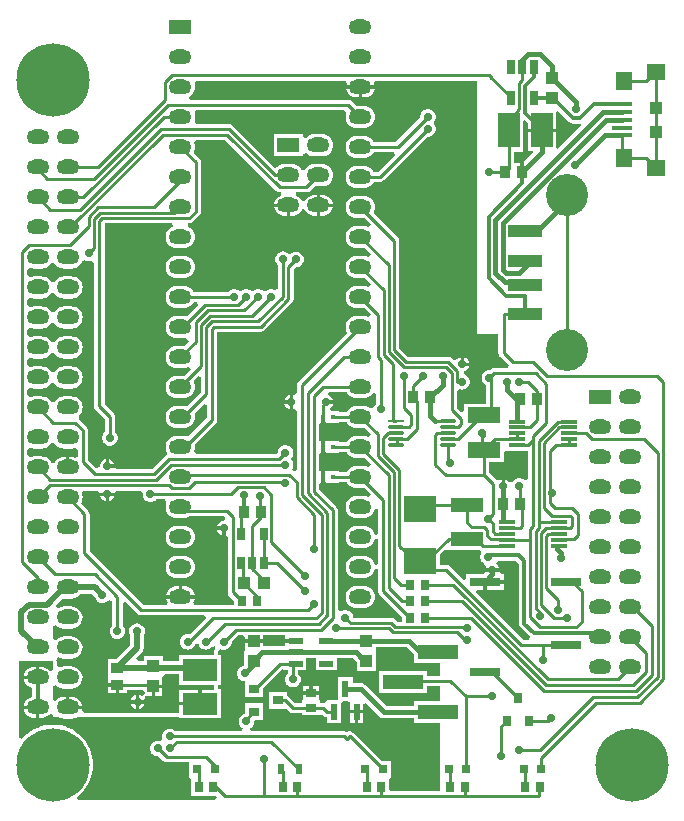
<source format=gtl>
G04 Layer_Physical_Order=1*
G04 Layer_Color=25308*
%FSLAX25Y25*%
%MOIN*%
G70*
G01*
G75*
%ADD10R,0.02559X0.04331*%
%ADD11R,0.04724X0.02165*%
%ADD12R,0.02800X0.04800*%
%ADD13R,0.05709X0.01063*%
%ADD14O,0.05709X0.01063*%
%ADD15R,0.10630X0.04921*%
%ADD16R,0.11024X0.05315*%
%ADD17R,0.03347X0.02756*%
%ADD18R,0.04134X0.03740*%
%ADD19R,0.05709X0.01181*%
%ADD20R,0.13500X0.05000*%
%ADD21R,0.10472X0.03150*%
%ADD22R,0.03543X0.03150*%
%ADD23R,0.02362X0.03543*%
%ADD24R,0.03937X0.03937*%
%ADD25R,0.05906X0.05315*%
%ADD26R,0.05512X0.05906*%
%ADD27R,0.07087X0.01575*%
%ADD28R,0.11339X0.04409*%
%ADD29R,0.01181X0.01575*%
%ADD30R,0.02362X0.05512*%
%ADD31R,0.10799X0.08500*%
%ADD32R,0.03150X0.03150*%
%ADD33R,0.03937X0.04331*%
%ADD34R,0.11811X0.07284*%
%ADD35R,0.03740X0.04134*%
%ADD36R,0.07284X0.11811*%
%ADD37R,0.04331X0.03937*%
%ADD38R,0.03150X0.03543*%
%ADD39R,0.02756X0.03347*%
%ADD40C,0.01600*%
%ADD41C,0.01000*%
%ADD42C,0.01400*%
%ADD43C,0.01500*%
%ADD44C,0.01200*%
%ADD45C,0.02000*%
%ADD46O,0.07500X0.05000*%
%ADD47C,0.24410*%
%ADD48C,0.14000*%
%ADD49O,0.07500X0.05000*%
%ADD50R,0.07500X0.05000*%
%ADD51C,0.02800*%
G36*
X114580Y221556D02*
X115042Y220993D01*
X115606Y220531D01*
X116248Y220187D01*
X116946Y219975D01*
X117671Y219904D01*
X120171D01*
X120896Y219975D01*
X121285Y220093D01*
X122046Y219687D01*
X122285Y219423D01*
Y217595D01*
X121931Y217261D01*
X121285Y216941D01*
X120857Y217071D01*
X120171Y217139D01*
X119521D01*
Y213622D01*
X118321D01*
Y217139D01*
X117671D01*
X116985Y217071D01*
X116325Y216871D01*
X115717Y216546D01*
X115184Y216109D01*
X114747Y215576D01*
X114583Y215269D01*
X114176Y215176D01*
X113718Y215200D01*
X113481Y215278D01*
X113262Y215688D01*
X112800Y216251D01*
X112237Y216713D01*
X111594Y217057D01*
X110897Y217268D01*
X110171Y217340D01*
X107671D01*
X106946Y217268D01*
X106386Y217099D01*
X105941Y217297D01*
X105386Y217730D01*
Y219514D01*
X105941Y219947D01*
X106386Y220145D01*
X106946Y219975D01*
X107671Y219904D01*
X110171D01*
X110897Y219975D01*
X111594Y220187D01*
X112237Y220531D01*
X112800Y220993D01*
X113262Y221556D01*
X113354Y221728D01*
X114488D01*
X114580Y221556D01*
D02*
G37*
G36*
X272385Y209659D02*
X271385Y209301D01*
X271347Y209347D01*
X270952Y209672D01*
X270500Y209914D01*
X270010Y210062D01*
X269500Y210113D01*
X268990Y210062D01*
X268500Y209914D01*
X268049Y209672D01*
X267653Y209347D01*
X267328Y208951D01*
X267237Y208783D01*
X266368Y208677D01*
X266114Y208739D01*
X265851Y209060D01*
X265486Y209359D01*
X265069Y209582D01*
X264746Y209680D01*
Y207354D01*
X263546D01*
Y209680D01*
X263223Y209582D01*
X263010Y209468D01*
X262770Y209362D01*
X261932Y209414D01*
X261627Y209627D01*
X261619Y209634D01*
X259443Y211810D01*
Y215480D01*
X264440D01*
Y218415D01*
X264784Y219272D01*
X272385D01*
Y209659D01*
D02*
G37*
G36*
X212159Y238435D02*
X212621Y237871D01*
X213184Y237409D01*
X213827Y237065D01*
X214525Y236854D01*
X215250Y236782D01*
X217750D01*
X218475Y236854D01*
X219173Y237065D01*
X219815Y237409D01*
X220379Y237871D01*
X220785Y238366D01*
X221024Y238366D01*
X221785Y238079D01*
Y234956D01*
X221653Y234847D01*
X221328Y234452D01*
X221086Y234000D01*
X221041Y233850D01*
X220196Y233500D01*
X219931Y233496D01*
X219815Y233591D01*
X219173Y233935D01*
X218475Y234146D01*
X217750Y234218D01*
X215250D01*
X214525Y234146D01*
X213827Y233935D01*
X213184Y233591D01*
X212621Y233129D01*
X212159Y232565D01*
X211971Y232215D01*
X209291D01*
Y232487D01*
X206576D01*
X206326Y233487D01*
X206340Y233495D01*
X206705Y233795D01*
X207005Y234160D01*
X207228Y234577D01*
X207326Y234900D01*
X205000D01*
Y236100D01*
X207326D01*
X207228Y236423D01*
X207005Y236840D01*
X206705Y237205D01*
X206340Y237505D01*
X205923Y237728D01*
X205734Y237785D01*
X205882Y238785D01*
X211971D01*
X212159Y238435D01*
D02*
G37*
G36*
X204557Y228713D02*
X204792D01*
X205709Y228513D01*
X205710Y228513D01*
X205710Y228513D01*
X205710Y228513D01*
X209291D01*
Y228785D01*
X211971D01*
X212159Y228434D01*
X212621Y227871D01*
X213184Y227409D01*
X213827Y227065D01*
X214525Y226853D01*
X215250Y226782D01*
X217750D01*
X217789Y226786D01*
X219889Y224686D01*
X219287Y223874D01*
X219173Y223935D01*
X218475Y224147D01*
X217750Y224218D01*
X215250D01*
X214525Y224147D01*
X213827Y223935D01*
X213184Y223591D01*
X212621Y223129D01*
X212159Y222566D01*
X211971Y222215D01*
X209291D01*
Y222487D01*
X205710D01*
Y222487D01*
X205547Y222287D01*
X204557D01*
Y220500D01*
Y218713D01*
X204792D01*
X205709Y218513D01*
X205710Y218513D01*
X206673Y218513D01*
X209291D01*
Y218785D01*
X211971D01*
X212159Y218435D01*
X212621Y217871D01*
X213184Y217409D01*
X213827Y217065D01*
X214525Y216853D01*
X215250Y216782D01*
X217750D01*
X217789Y216786D01*
X219889Y214686D01*
X219287Y213874D01*
X219173Y213935D01*
X218475Y214146D01*
X217750Y214218D01*
X215250D01*
X214525Y214146D01*
X213827Y213935D01*
X213184Y213591D01*
X212621Y213129D01*
X212159Y212565D01*
X211971Y212215D01*
X209291D01*
Y212487D01*
X205710D01*
Y212487D01*
X205547Y212287D01*
X204557D01*
Y210500D01*
Y208713D01*
X204792D01*
X205709Y208513D01*
X205710Y208513D01*
X206673Y208513D01*
X209291D01*
Y208785D01*
X211971D01*
X212159Y208435D01*
X212621Y207871D01*
X213184Y207409D01*
X213827Y207065D01*
X214525Y206854D01*
X215250Y206782D01*
X217750D01*
X217789Y206786D01*
X219889Y204686D01*
X219287Y203874D01*
X219173Y203935D01*
X218475Y204147D01*
X217750Y204218D01*
X215250D01*
X214525Y204147D01*
X213827Y203935D01*
X213184Y203591D01*
X212621Y203129D01*
X212159Y202566D01*
X211815Y201923D01*
X211603Y201225D01*
X211532Y200500D01*
X211603Y199775D01*
X211815Y199077D01*
X212159Y198434D01*
X212621Y197871D01*
X213184Y197409D01*
X213827Y197065D01*
X214525Y196853D01*
X215250Y196782D01*
X217750D01*
X218475Y196853D01*
X219173Y197065D01*
X219815Y197409D01*
X220379Y197871D01*
X220841Y198434D01*
X221185Y199077D01*
X221396Y199775D01*
X222385Y199665D01*
Y191335D01*
X221396Y191225D01*
X221185Y191923D01*
X220841Y192566D01*
X220379Y193129D01*
X219815Y193591D01*
X219173Y193935D01*
X218475Y194147D01*
X217750Y194218D01*
X215250D01*
X214525Y194147D01*
X213827Y193935D01*
X213184Y193591D01*
X212621Y193129D01*
X212159Y192566D01*
X211815Y191923D01*
X211603Y191225D01*
X211532Y190500D01*
X211603Y189775D01*
X211815Y189077D01*
X212159Y188434D01*
X212621Y187871D01*
X213184Y187409D01*
X213827Y187065D01*
X214525Y186854D01*
X215250Y186782D01*
X217750D01*
X218475Y186854D01*
X219173Y187065D01*
X219815Y187409D01*
X220379Y187871D01*
X220841Y188434D01*
X221185Y189077D01*
X221396Y189775D01*
X222385Y189665D01*
Y181335D01*
X221396Y181225D01*
X221185Y181923D01*
X220841Y182566D01*
X220379Y183129D01*
X219815Y183591D01*
X219173Y183935D01*
X218475Y184146D01*
X217750Y184218D01*
X215250D01*
X214525Y184146D01*
X213827Y183935D01*
X213184Y183591D01*
X212621Y183129D01*
X212159Y182566D01*
X211815Y181923D01*
X211603Y181225D01*
X211532Y180500D01*
X211603Y179775D01*
X211815Y179077D01*
X212159Y178434D01*
X212621Y177871D01*
X213184Y177409D01*
X213827Y177065D01*
X214525Y176854D01*
X215250Y176782D01*
X217750D01*
X218475Y176854D01*
X219173Y177065D01*
X219815Y177409D01*
X220379Y177871D01*
X220841Y178434D01*
X221185Y179077D01*
X221396Y179775D01*
X222385Y179665D01*
Y172439D01*
X222415Y172218D01*
X222444Y171996D01*
X222565Y171703D01*
X222615Y171582D01*
X222888Y171227D01*
X230462Y163653D01*
Y162215D01*
X228710D01*
X227912Y163012D01*
X227557Y163285D01*
X227436Y163335D01*
X227144Y163456D01*
X226922Y163486D01*
X226700Y163515D01*
X214111D01*
X214062Y164010D01*
X213914Y164500D01*
X213672Y164952D01*
X213347Y165347D01*
X212951Y165672D01*
X212500Y165914D01*
X212010Y166062D01*
X211500Y166113D01*
X210990Y166062D01*
X210500Y165914D01*
X210049Y165672D01*
X210015Y165645D01*
X209015Y166114D01*
Y199307D01*
X208985Y199529D01*
X208956Y199750D01*
X208835Y200043D01*
X208785Y200164D01*
X208512Y200519D01*
X202715Y206317D01*
Y208005D01*
X203357Y208648D01*
Y210500D01*
Y212287D01*
X202715D01*
Y218005D01*
X203357Y218648D01*
Y220500D01*
Y222287D01*
X202715D01*
Y228006D01*
X203357Y228648D01*
Y230500D01*
X204557D01*
Y228713D01*
D02*
G37*
G36*
X191519Y156340D02*
X194881D01*
Y155140D01*
X191519D01*
Y154282D01*
X191319D01*
Y154017D01*
X183968D01*
Y155246D01*
X178032D01*
Y152681D01*
X177831Y152519D01*
X177831D01*
Y147684D01*
X177734Y147586D01*
X177490Y147562D01*
X177000Y147414D01*
X176549Y147172D01*
X176153Y146847D01*
X175828Y146451D01*
X175586Y146000D01*
X175438Y145510D01*
X175387Y145000D01*
X175438Y144490D01*
X175586Y144000D01*
X175828Y143549D01*
X176153Y143153D01*
X176549Y142828D01*
X177000Y142586D01*
X177490Y142438D01*
X178000Y142387D01*
X178091Y142305D01*
Y136965D01*
X184035D01*
Y140110D01*
X190319Y146394D01*
X191319Y146180D01*
Y145977D01*
X192285D01*
Y144956D01*
X192153Y144847D01*
X191828Y144451D01*
X191586Y144000D01*
X191438Y143510D01*
X191387Y143000D01*
X191438Y142490D01*
X191586Y142000D01*
X191828Y141549D01*
X192153Y141153D01*
X192549Y140828D01*
X193000Y140586D01*
X193490Y140438D01*
X194000Y140387D01*
X194510Y140438D01*
X195000Y140586D01*
X195451Y140828D01*
X195847Y141153D01*
X196172Y141549D01*
X196414Y142000D01*
X196562Y142490D01*
X196613Y143000D01*
X196562Y143510D01*
X196414Y144000D01*
X196172Y144451D01*
X195847Y144847D01*
X195715Y144956D01*
Y145977D01*
X198443D01*
Y149717D01*
Y149983D01*
X201557D01*
Y145977D01*
X208681D01*
Y149983D01*
X214164D01*
X215332Y148816D01*
Y145788D01*
X221669D01*
Y152481D01*
Y153829D01*
X231818D01*
X234300Y151347D01*
Y148300D01*
X243000D01*
Y144215D01*
X238700D01*
Y145700D01*
X222800D01*
Y138300D01*
X238700D01*
Y140785D01*
X243000D01*
Y135700D01*
X234300D01*
Y134017D01*
X225336D01*
X218186Y141167D01*
X217768Y141487D01*
X217282Y141689D01*
X216760Y141758D01*
X213881D01*
Y143696D01*
X209119D01*
Y136216D01*
X205379D01*
Y135830D01*
X205236Y135625D01*
X204407Y135197D01*
X204379Y135199D01*
X204183Y135225D01*
X203961Y135254D01*
X202873D01*
Y136117D01*
X202673D01*
Y137861D01*
X197327D01*
Y136117D01*
X197127D01*
Y135215D01*
X194710D01*
X192712Y137213D01*
X192712Y137213D01*
X192357Y137485D01*
X192124Y137582D01*
X191944Y137656D01*
X191944Y137656D01*
X191944D01*
X191909Y137661D01*
Y138775D01*
X185965D01*
Y133225D01*
X191850D01*
X192788Y132288D01*
X192788Y132288D01*
X193143Y132015D01*
X193376Y131918D01*
X193556Y131844D01*
X193556Y131844D01*
X193556D01*
X193639Y131833D01*
X194000Y131785D01*
X194000D01*
X194000D01*
X197127D01*
Y130961D01*
X202873D01*
Y130961D01*
X203873Y131202D01*
X204028Y131047D01*
X204229Y130893D01*
X204383Y130775D01*
X204796Y130604D01*
X205240Y130545D01*
X205379D01*
Y128304D01*
X210141D01*
Y135077D01*
X210848Y135784D01*
X212089D01*
X213059Y135586D01*
X213059D01*
Y135586D01*
X213059Y135586D01*
Y132860D01*
X217421D01*
Y134812D01*
X218421Y135226D01*
X223074Y130574D01*
X223491Y130253D01*
X223693Y130169D01*
X223978Y130052D01*
X224500Y129983D01*
X224500Y129983D01*
X234300D01*
Y128300D01*
X243000D01*
Y105742D01*
X226746D01*
X226039Y106449D01*
Y109873D01*
X226728Y110225D01*
X226728D01*
Y115775D01*
X223603D01*
X214165Y125212D01*
X213810Y125485D01*
X213397Y125656D01*
X212953Y125715D01*
X212509Y125656D01*
X212095Y125485D01*
X211953Y125375D01*
X211810Y125485D01*
X211689Y125535D01*
X211397Y125656D01*
X211175Y125686D01*
X210953Y125715D01*
X179990D01*
X179740Y126715D01*
X179952Y126828D01*
X180347Y127153D01*
X180672Y127549D01*
X180914Y128000D01*
X181062Y128490D01*
X181113Y129000D01*
X181552Y129485D01*
X184035D01*
Y135035D01*
X178091D01*
Y131713D01*
X177919Y131541D01*
X177500Y131414D01*
X177049Y131172D01*
X176653Y130847D01*
X176328Y130452D01*
X176086Y130000D01*
X175938Y129510D01*
X175887Y129000D01*
X175938Y128490D01*
X176086Y128000D01*
X176328Y127549D01*
X176653Y127153D01*
X177049Y126828D01*
X177260Y126715D01*
X177009Y125715D01*
X154956D01*
X154847Y125847D01*
X154452Y126172D01*
X154000Y126414D01*
X153510Y126562D01*
X153000Y126613D01*
X152490Y126562D01*
X152000Y126414D01*
X151549Y126172D01*
X151153Y125847D01*
X150828Y125452D01*
X150586Y125000D01*
X150438Y124510D01*
X150387Y124000D01*
X150438Y123490D01*
X150502Y123279D01*
X150305Y122940D01*
X150060Y122695D01*
X149721Y122498D01*
X149510Y122562D01*
X149000Y122613D01*
X148490Y122562D01*
X148000Y122414D01*
X147548Y122172D01*
X147153Y121847D01*
X146828Y121451D01*
X146586Y121000D01*
X146438Y120510D01*
X146387Y120000D01*
X146438Y119490D01*
X146586Y119000D01*
X146828Y118549D01*
X147153Y118153D01*
X147548Y117828D01*
X148000Y117586D01*
X148490Y117438D01*
X149000Y117387D01*
X149171Y117404D01*
X150787Y115788D01*
X150895Y115705D01*
X151143Y115515D01*
X151385Y115415D01*
X151556Y115344D01*
X151778Y115314D01*
X152000Y115285D01*
X159272D01*
Y110225D01*
X159272D01*
X159961Y109873D01*
Y104127D01*
X168375D01*
X168635Y103767D01*
X168123Y102767D01*
X122361D01*
X122030Y103767D01*
X122514Y104125D01*
X123490Y105010D01*
X124374Y105986D01*
X125159Y107044D01*
X125836Y108173D01*
X126399Y109364D01*
X126843Y110604D01*
X127163Y111882D01*
X127356Y113184D01*
X127421Y114500D01*
X127356Y115815D01*
X127163Y117118D01*
X126843Y118396D01*
X126399Y119636D01*
X125836Y120827D01*
X125159Y121956D01*
X124374Y123014D01*
X123490Y123990D01*
X122514Y124874D01*
X121456Y125659D01*
X120327Y126336D01*
X119136Y126899D01*
X117896Y127343D01*
X116618Y127663D01*
X115315Y127856D01*
X114000Y127921D01*
X112685Y127856D01*
X111382Y127663D01*
X110104Y127343D01*
X108864Y126899D01*
X107673Y126336D01*
X106544Y125659D01*
X105486Y124874D01*
X104510Y123990D01*
X103767Y123170D01*
X103191Y123277D01*
X102767Y123535D01*
Y149000D01*
X114000D01*
Y146005D01*
X113414Y145727D01*
X113000Y145692D01*
X112658Y146109D01*
X112125Y146546D01*
X111517Y146871D01*
X110857Y147071D01*
X110171Y147139D01*
X109521D01*
Y143622D01*
X108921D01*
Y143022D01*
X104213D01*
X104222Y142936D01*
X104422Y142276D01*
X104747Y141668D01*
X105184Y141135D01*
X105717Y140698D01*
X106325Y140373D01*
X106985Y140173D01*
X107106Y140161D01*
Y137083D01*
X106985Y137071D01*
X106325Y136871D01*
X105717Y136546D01*
X105184Y136109D01*
X104747Y135576D01*
X104422Y134968D01*
X104222Y134308D01*
X104213Y134222D01*
X108921D01*
Y133622D01*
X109521D01*
Y130105D01*
X110171D01*
X110857Y130173D01*
X111517Y130373D01*
X112125Y130698D01*
X112658Y131135D01*
X113000Y131552D01*
X113414Y131517D01*
X114000Y131239D01*
Y130000D01*
X114500Y130500D01*
X115663D01*
X116248Y130187D01*
X116946Y129975D01*
X117671Y129904D01*
X120171D01*
X120896Y129975D01*
X121594Y130187D01*
X122179Y130500D01*
X155894D01*
Y130048D01*
X170106D01*
Y139732D01*
X169000D01*
Y141269D01*
X170106D01*
Y150952D01*
X169000D01*
Y152529D01*
X169012Y152547D01*
X170000Y153086D01*
X170000Y153086D01*
X170490Y152938D01*
X171000Y152887D01*
X171510Y152938D01*
X172000Y153086D01*
X172451Y153328D01*
X172847Y153653D01*
X173172Y154049D01*
X173414Y154500D01*
X173562Y154990D01*
X173613Y155500D01*
X173596Y155671D01*
X175710Y157785D01*
X177324D01*
X178032Y157078D01*
Y156446D01*
X183968D01*
Y157785D01*
X191519D01*
Y156340D01*
D02*
G37*
G36*
X127961Y170367D02*
X127967Y170321D01*
X128229Y169689D01*
X128646Y169146D01*
X129189Y168729D01*
X129821Y168467D01*
X130500Y168378D01*
X131179Y168467D01*
X131811Y168729D01*
X132354Y169146D01*
X132636Y169513D01*
X132798Y169555D01*
X133767Y168995D01*
Y160947D01*
X133646Y160854D01*
X133229Y160311D01*
X132967Y159679D01*
X132878Y159000D01*
X132967Y158321D01*
X133229Y157689D01*
X133646Y157146D01*
X134189Y156729D01*
X134821Y156467D01*
X135500Y156378D01*
X136179Y156467D01*
X136811Y156729D01*
X137354Y157146D01*
X137771Y157689D01*
X138033Y158321D01*
X138122Y159000D01*
X138033Y159679D01*
X137771Y160311D01*
X137354Y160854D01*
X137233Y160947D01*
Y168509D01*
X138157Y168892D01*
X142248Y164801D01*
X142810Y164425D01*
X143473Y164294D01*
X164520D01*
X164903Y163370D01*
X159580Y158046D01*
X159000Y158122D01*
X158321Y158033D01*
X157689Y157771D01*
X157146Y157354D01*
X156729Y156811D01*
X156467Y156179D01*
X156378Y155500D01*
X156467Y154821D01*
X156729Y154189D01*
X157146Y153646D01*
X157689Y153229D01*
X158321Y152967D01*
X159000Y152878D01*
X159679Y152967D01*
X160311Y153229D01*
X160854Y153646D01*
X161271Y154189D01*
X161477Y154687D01*
X162000Y154799D01*
X162492Y154694D01*
X162527Y154677D01*
X162729Y154189D01*
X163146Y153646D01*
X163689Y153229D01*
X164321Y152967D01*
X165000Y152878D01*
X165679Y152967D01*
X166311Y153229D01*
X166854Y153646D01*
X167042Y153891D01*
X167900Y154113D01*
X168076Y154071D01*
X168059Y153314D01*
X168037Y153272D01*
X168003Y153239D01*
X167991Y153221D01*
X167941Y153103D01*
X167870Y152997D01*
X167855Y152923D01*
X167838Y152891D01*
X167835Y152857D01*
X167803Y152782D01*
X167801Y152654D01*
X167777Y152529D01*
Y150952D01*
X155894D01*
Y149098D01*
X150669D01*
Y150712D01*
X144332D01*
Y149098D01*
X142222D01*
X141839Y150021D01*
X143586Y151768D01*
X144072Y152496D01*
X144243Y153354D01*
Y157652D01*
X144271Y157689D01*
X144533Y158321D01*
X144622Y159000D01*
X144533Y159679D01*
X144271Y160311D01*
X143854Y160854D01*
X143311Y161271D01*
X142679Y161533D01*
X142000Y161622D01*
X141321Y161533D01*
X140689Y161271D01*
X140146Y160854D01*
X139729Y160311D01*
X139467Y159679D01*
X139378Y159000D01*
X139467Y158321D01*
X139729Y157689D01*
X139757Y157652D01*
Y154283D01*
X135398Y149925D01*
X132233D01*
Y143784D01*
X132433D01*
Y141746D01*
X135500D01*
Y141146D01*
X136100D01*
Y138276D01*
X138567D01*
Y139412D01*
X143824D01*
X144532Y138705D01*
Y138323D01*
Y138323D01*
X144532Y138313D01*
X144532Y138043D01*
Y137983D01*
X144494Y137964D01*
X144425Y137931D01*
X144342Y137890D01*
X143889Y137667D01*
X143889Y137667D01*
X143532Y137492D01*
X143129Y137761D01*
X142793Y137828D01*
Y136100D01*
X144520D01*
X144454Y136436D01*
X144376Y136553D01*
X144588Y136897D01*
X144588Y136897D01*
X144854Y137328D01*
X144906Y137411D01*
X144938Y137463D01*
X144953Y137488D01*
X145034D01*
X145327Y137488D01*
X145327D01*
X145327D01*
X146900D01*
Y140654D01*
X147500D01*
Y141254D01*
X150469D01*
Y143819D01*
X150469Y143819D01*
D01*
X150669Y143981D01*
X150669D01*
X151407Y144611D01*
X155894D01*
Y141269D01*
X167777D01*
Y139732D01*
X167612Y139532D01*
X163600D01*
Y134890D01*
X163000D01*
Y134290D01*
X156095D01*
Y131888D01*
X155894Y131723D01*
X124256D01*
X123581Y132708D01*
X123583Y132723D01*
X123622Y133022D01*
X118921D01*
Y133622D01*
X118321D01*
Y137152D01*
X117671D01*
X116758Y137032D01*
X115906Y136679D01*
X115175Y136118D01*
X115000Y135890D01*
X114000Y136230D01*
Y140686D01*
X115000Y141025D01*
X115032Y140983D01*
X115805Y140390D01*
X116705Y140017D01*
X117671Y139890D01*
X120171D01*
X121137Y140017D01*
X122037Y140390D01*
X122810Y140983D01*
X123403Y141756D01*
X123776Y142656D01*
X123903Y143622D01*
X123776Y144588D01*
X123403Y145488D01*
X122810Y146261D01*
X122037Y146854D01*
X121137Y147227D01*
X120171Y147354D01*
X117671D01*
X116705Y147227D01*
X116224Y147027D01*
X115224Y147579D01*
Y149000D01*
X115155Y149345D01*
X115259Y149665D01*
X115725Y150378D01*
X115805Y150390D01*
X116705Y150017D01*
X117671Y149890D01*
X120171D01*
X121137Y150017D01*
X122037Y150390D01*
X122810Y150983D01*
X123403Y151756D01*
X123776Y152656D01*
X123903Y153622D01*
X123776Y154588D01*
X123403Y155488D01*
X122810Y156261D01*
X122037Y156854D01*
X121137Y157227D01*
X120171Y157354D01*
X117671D01*
X116705Y157227D01*
X115805Y156854D01*
X115032Y156261D01*
X115000Y156219D01*
X114000Y156558D01*
Y160686D01*
X115000Y161025D01*
X115032Y160983D01*
X115805Y160390D01*
X116705Y160017D01*
X117671Y159890D01*
X120171D01*
X121137Y160017D01*
X122037Y160390D01*
X122810Y160983D01*
X123403Y161756D01*
X123776Y162656D01*
X123903Y163622D01*
X123776Y164588D01*
X123403Y165488D01*
X122810Y166261D01*
X122037Y166854D01*
X121137Y167227D01*
X120171Y167354D01*
X117671D01*
X116705Y167227D01*
X115848Y166872D01*
X115796Y166858D01*
X114725Y167286D01*
X114704Y167375D01*
X117272Y169943D01*
X117671Y169890D01*
X120171D01*
X121137Y170017D01*
X122037Y170390D01*
X122810Y170983D01*
X123114Y171379D01*
X126949D01*
X127961Y170367D01*
D02*
G37*
G36*
X143449Y205619D02*
X143908Y204907D01*
X143887Y204700D01*
X143938Y204190D01*
X144086Y203700D01*
X144328Y203249D01*
X144653Y202853D01*
X145048Y202528D01*
X145500Y202286D01*
X145990Y202138D01*
X146500Y202087D01*
X147010Y202138D01*
X147500Y202286D01*
X147951Y202528D01*
X148347Y202853D01*
X148456Y202985D01*
X151249D01*
X151848Y201985D01*
X151815Y201923D01*
X151603Y201225D01*
X151532Y200500D01*
X151603Y199775D01*
X151815Y199077D01*
X152159Y198434D01*
X152621Y197871D01*
X153184Y197409D01*
X153827Y197065D01*
X154525Y196853D01*
X155250Y196782D01*
X157750D01*
X158475Y196853D01*
X159173Y197065D01*
X159585Y197285D01*
X170906D01*
X171293Y196888D01*
X171273Y196660D01*
X171237Y196559D01*
X170756Y195888D01*
X170529Y195865D01*
X170077Y195728D01*
X169660Y195505D01*
X169295Y195205D01*
X168995Y194840D01*
X168772Y194423D01*
X168674Y194100D01*
X171000D01*
Y193500D01*
X171600D01*
Y190966D01*
X171705Y190916D01*
X172285Y190374D01*
Y172039D01*
X172315Y171818D01*
X172344Y171596D01*
X172465Y171303D01*
X172515Y171182D01*
X172788Y170827D01*
X174461Y169153D01*
Y167742D01*
X161308D01*
X161009Y168120D01*
X160779Y168742D01*
X160999Y169154D01*
X161199Y169814D01*
X161208Y169900D01*
X151799D01*
X151817Y169759D01*
X151951Y169319D01*
X152082Y169002D01*
X152221Y168742D01*
X151991Y168120D01*
X151692Y167742D01*
X144183D01*
X126215Y185710D01*
Y198043D01*
X126163Y198435D01*
X126156Y198487D01*
X126117Y198581D01*
X125985Y198900D01*
X125795Y199148D01*
X125712Y199256D01*
X123314Y201654D01*
X123606Y202199D01*
X123818Y202897D01*
X123889Y203622D01*
X123818Y204347D01*
X123648Y204907D01*
X123846Y205353D01*
X124279Y205907D01*
X129000D01*
X129476Y205422D01*
X129574Y205244D01*
X134713D01*
X134811Y205422D01*
X135287Y205907D01*
X143104D01*
X143449Y205619D01*
D02*
G37*
G36*
X256426Y186135D02*
X256625Y185697D01*
X256701Y185057D01*
X256684Y184983D01*
X256586Y184800D01*
X256438Y184310D01*
X256387Y183800D01*
X256438Y183290D01*
X256586Y182800D01*
X256828Y182349D01*
X257153Y181953D01*
X257548Y181628D01*
X257756Y181517D01*
X258036Y181261D01*
X258270Y180429D01*
X258242Y180323D01*
X258174Y180100D01*
X262826D01*
X262728Y180423D01*
X262505Y180840D01*
X262205Y181205D01*
X261865Y181484D01*
X261855Y181623D01*
X262372Y182484D01*
X268448D01*
X269348Y181584D01*
Y161562D01*
X269403Y161147D01*
X269410Y161092D01*
X269485Y160911D01*
X269591Y160654D01*
X269880Y160278D01*
X272942Y157216D01*
X272944Y157215D01*
X272605Y156215D01*
X270710D01*
X254924Y172001D01*
X255306Y172925D01*
X257400D01*
Y175500D01*
X258000D01*
Y176100D01*
X264236D01*
Y178075D01*
X263593D01*
X263458Y178154D01*
X262953Y178900D01*
X258174D01*
X258178Y178886D01*
X257508Y178075D01*
X251764D01*
Y176468D01*
X250840Y176085D01*
X246212Y180712D01*
X245857Y180985D01*
X245736Y181035D01*
X245444Y181156D01*
X245222Y181185D01*
X245000Y181215D01*
X243100D01*
Y184675D01*
X244520Y186095D01*
X245485Y186229D01*
Y186229D01*
X245485Y186229D01*
X256336D01*
X256426Y186135D01*
D02*
G37*
G36*
X285929Y328730D02*
X286558Y328310D01*
X287299Y328163D01*
X289701D01*
X289909Y328204D01*
X290156Y327743D01*
X282214Y319802D01*
X281752Y319993D01*
Y325400D01*
X272468D01*
Y319094D01*
X273912D01*
X274103Y318633D01*
X270954Y315484D01*
Y312000D01*
X269754D01*
Y315067D01*
X267716D01*
Y315267D01*
X267623D01*
Y318895D01*
X270731D01*
Y329130D01*
X271194Y329321D01*
X272468Y328046D01*
Y326600D01*
X281752D01*
Y332200D01*
X282252Y332407D01*
X285929Y328730D01*
D02*
G37*
G36*
X255438Y258027D02*
X262506D01*
Y251780D01*
X262535Y251558D01*
X262564Y251336D01*
X262685Y251043D01*
X262735Y250922D01*
X263008Y250567D01*
X265860Y247715D01*
X265770Y247212D01*
X265482Y246715D01*
X260985D01*
X260592Y246663D01*
X260541Y246656D01*
X260447Y246617D01*
X260127Y246485D01*
X259880Y246295D01*
X259772Y246212D01*
X259657Y246097D01*
X259500Y246113D01*
X258990Y246062D01*
X258500Y245914D01*
X258049Y245672D01*
X257653Y245347D01*
X257328Y244952D01*
X257086Y244500D01*
X256938Y244010D01*
X256887Y243500D01*
X256938Y242990D01*
X257086Y242500D01*
X257328Y242049D01*
X257653Y241653D01*
X258049Y241328D01*
X258285Y241201D01*
Y234809D01*
X251017D01*
Y232451D01*
X250093Y232068D01*
X248715Y233446D01*
Y238965D01*
X248845Y239149D01*
X249715Y239661D01*
X249790Y239638D01*
X250300Y239587D01*
X250810Y239638D01*
X251300Y239786D01*
X251751Y240028D01*
X252147Y240353D01*
X252472Y240749D01*
X252714Y241200D01*
X252862Y241690D01*
X252913Y242200D01*
X252862Y242710D01*
X252714Y243200D01*
X252472Y243652D01*
X252147Y244047D01*
X251751Y244372D01*
X251300Y244614D01*
X251121Y244668D01*
X251063Y245041D01*
X251175Y245697D01*
X251423Y245772D01*
X251840Y245995D01*
X252205Y246295D01*
X252505Y246660D01*
X252728Y247077D01*
X252826Y247400D01*
X250500D01*
Y248000D01*
X249900D01*
Y250326D01*
X249577Y250228D01*
X249160Y250005D01*
X248795Y249705D01*
X248743Y249642D01*
X247781Y249461D01*
X247455Y249516D01*
X246958Y250012D01*
X246603Y250285D01*
X246482Y250335D01*
X246189Y250456D01*
X245968Y250485D01*
X245746Y250515D01*
X232456D01*
X229515Y253456D01*
Y289200D01*
X229463Y289592D01*
X229456Y289644D01*
X229417Y289738D01*
X229285Y290057D01*
X229095Y290305D01*
X229012Y290412D01*
X220893Y298532D01*
X221185Y299077D01*
X221396Y299775D01*
X221468Y300500D01*
X221396Y301225D01*
X221185Y301923D01*
X220841Y302566D01*
X220379Y303129D01*
X219815Y303591D01*
X219173Y303935D01*
X218475Y304147D01*
X217750Y304218D01*
X215250D01*
X214525Y304147D01*
X213827Y303935D01*
X213184Y303591D01*
X212621Y303129D01*
X212159Y302566D01*
X211815Y301923D01*
X211603Y301225D01*
X211532Y300500D01*
X211603Y299775D01*
X211815Y299077D01*
X212159Y298434D01*
X212621Y297871D01*
X213184Y297409D01*
X213827Y297065D01*
X214525Y296853D01*
X215250Y296782D01*
X217750D01*
X217789Y296786D01*
X219889Y294686D01*
X219287Y293874D01*
X219173Y293935D01*
X218475Y294146D01*
X217750Y294218D01*
X215250D01*
X214525Y294146D01*
X213827Y293935D01*
X213184Y293591D01*
X212621Y293129D01*
X212159Y292565D01*
X211815Y291923D01*
X211603Y291225D01*
X211532Y290500D01*
X211603Y289775D01*
X211815Y289077D01*
X212159Y288435D01*
X212621Y287871D01*
X213184Y287409D01*
X213827Y287065D01*
X214525Y286854D01*
X215250Y286782D01*
X217750D01*
X217789Y286786D01*
X219889Y284686D01*
X219287Y283874D01*
X219173Y283935D01*
X218475Y284146D01*
X217750Y284218D01*
X215250D01*
X214525Y284146D01*
X213827Y283935D01*
X213184Y283591D01*
X212621Y283129D01*
X212159Y282565D01*
X211815Y281923D01*
X211603Y281225D01*
X211532Y280500D01*
X211603Y279775D01*
X211815Y279077D01*
X212159Y278434D01*
X212621Y277871D01*
X213184Y277409D01*
X213827Y277065D01*
X214525Y276853D01*
X215250Y276782D01*
X217750D01*
X217789Y276786D01*
X219889Y274686D01*
X219287Y273874D01*
X219173Y273935D01*
X218475Y274147D01*
X217750Y274218D01*
X215250D01*
X214525Y274147D01*
X213827Y273935D01*
X213184Y273591D01*
X212621Y273129D01*
X212159Y272566D01*
X211815Y271923D01*
X211603Y271225D01*
X211532Y270500D01*
X211603Y269775D01*
X211815Y269077D01*
X212159Y268435D01*
X212621Y267871D01*
X213184Y267409D01*
X213827Y267065D01*
X214525Y266853D01*
X215250Y266782D01*
X217750D01*
X217789Y266786D01*
X219889Y264686D01*
X219287Y263874D01*
X219173Y263935D01*
X218475Y264146D01*
X217750Y264218D01*
X215250D01*
X214525Y264146D01*
X213827Y263935D01*
X213184Y263591D01*
X212621Y263129D01*
X212159Y262565D01*
X211815Y261923D01*
X211603Y261225D01*
X211532Y260500D01*
X211603Y259775D01*
X211815Y259077D01*
X212107Y258532D01*
X195788Y242212D01*
X195515Y241857D01*
X195465Y241736D01*
X195344Y241444D01*
X195315Y241222D01*
X195285Y241000D01*
Y238401D01*
X194731Y237968D01*
X194285Y237770D01*
X194100Y237826D01*
Y235500D01*
Y233174D01*
X194285Y233230D01*
X194731Y233032D01*
X195285Y232599D01*
Y212807D01*
X194285Y212291D01*
X193782Y212609D01*
X193672Y213049D01*
X193914Y213500D01*
X194062Y213990D01*
X194113Y214500D01*
X194062Y215010D01*
X193914Y215500D01*
X193672Y215951D01*
X193418Y216500D01*
X193672Y217049D01*
X193914Y217500D01*
X194062Y217990D01*
X194113Y218500D01*
X194062Y219010D01*
X193914Y219500D01*
X193672Y219952D01*
X193347Y220347D01*
X192952Y220672D01*
X192500Y220914D01*
X192010Y221062D01*
X191500Y221113D01*
X190990Y221062D01*
X190500Y220914D01*
X190049Y220672D01*
X189653Y220347D01*
X189328Y219952D01*
X189086Y219500D01*
X188938Y219010D01*
X188887Y218500D01*
X188025Y218015D01*
X161751D01*
X161152Y219015D01*
X161185Y219077D01*
X161397Y219775D01*
X161468Y220500D01*
X161397Y221225D01*
X161339Y221414D01*
X168162Y228238D01*
X168245Y228345D01*
X168435Y228593D01*
X168567Y228912D01*
X168606Y229006D01*
X168613Y229058D01*
X168665Y229450D01*
Y258885D01*
X183264D01*
X183708Y258944D01*
X184121Y259115D01*
X184476Y259388D01*
X193712Y268624D01*
X193867Y268825D01*
X193985Y268979D01*
X194035Y269100D01*
X194156Y269392D01*
X194215Y269836D01*
Y279685D01*
X194966Y280391D01*
X195000Y280387D01*
X195510Y280438D01*
X196000Y280586D01*
X196451Y280828D01*
X196847Y281153D01*
X197172Y281549D01*
X197414Y282000D01*
X197562Y282490D01*
X197613Y283000D01*
X197562Y283510D01*
X197414Y284000D01*
X197172Y284452D01*
X196847Y284847D01*
X196451Y285172D01*
X196000Y285414D01*
X195510Y285562D01*
X195000Y285613D01*
X194490Y285562D01*
X194000Y285414D01*
X193549Y285172D01*
X193153Y284847D01*
X192547D01*
X192151Y285172D01*
X191700Y285414D01*
X191210Y285562D01*
X190700Y285613D01*
X190190Y285562D01*
X189700Y285414D01*
X189249Y285172D01*
X188853Y284847D01*
X188528Y284452D01*
X188286Y284000D01*
X188138Y283510D01*
X188087Y283000D01*
X188138Y282490D01*
X188286Y282000D01*
X188528Y281549D01*
X188853Y281153D01*
X188985Y281044D01*
Y273364D01*
X188738Y273130D01*
X187985Y272814D01*
X187800Y272914D01*
X187310Y273062D01*
X186800Y273113D01*
X186290Y273062D01*
X185800Y272914D01*
X185348Y272672D01*
X184953Y272347D01*
X184347D01*
X183951Y272672D01*
X183500Y272914D01*
X183010Y273062D01*
X182500Y273113D01*
X181990Y273062D01*
X181500Y272914D01*
X181049Y272672D01*
X180653Y272347D01*
X180347D01*
X179952Y272672D01*
X179500Y272914D01*
X179010Y273062D01*
X178500Y273113D01*
X177990Y273062D01*
X177500Y272914D01*
X177049Y272672D01*
X176653Y272347D01*
X176347D01*
X175952Y272672D01*
X175500Y272914D01*
X175010Y273062D01*
X174500Y273113D01*
X173990Y273062D01*
X173500Y272914D01*
X173048Y272672D01*
X172653Y272347D01*
X172544Y272215D01*
X161029D01*
X160841Y272566D01*
X160379Y273129D01*
X159816Y273591D01*
X159173Y273935D01*
X158475Y274147D01*
X157750Y274218D01*
X155250D01*
X154525Y274147D01*
X153827Y273935D01*
X153184Y273591D01*
X152621Y273129D01*
X152159Y272566D01*
X151815Y271923D01*
X151603Y271225D01*
X151532Y270500D01*
X151603Y269775D01*
X151815Y269077D01*
X152159Y268435D01*
X152621Y267871D01*
X153184Y267409D01*
X153827Y267065D01*
X154525Y266853D01*
X155250Y266782D01*
X157750D01*
X158475Y266853D01*
X159173Y267065D01*
X159816Y267409D01*
X160379Y267871D01*
X160841Y268435D01*
X161029Y268785D01*
X162054D01*
X162436Y267862D01*
X158664Y264089D01*
X158475Y264146D01*
X157750Y264218D01*
X155250D01*
X154525Y264146D01*
X153827Y263935D01*
X153184Y263591D01*
X152621Y263129D01*
X152159Y262565D01*
X151815Y261923D01*
X151603Y261225D01*
X151532Y260500D01*
X151603Y259775D01*
X151815Y259077D01*
X152159Y258435D01*
X152621Y257871D01*
X153184Y257409D01*
X153827Y257065D01*
X154525Y256854D01*
X155250Y256782D01*
X157750D01*
X158475Y256854D01*
X159155Y256030D01*
X159217Y255642D01*
X157789Y254214D01*
X157750Y254218D01*
X155250D01*
X154525Y254147D01*
X153827Y253935D01*
X153184Y253591D01*
X152621Y253129D01*
X152159Y252566D01*
X151815Y251923D01*
X151603Y251225D01*
X151532Y250500D01*
X151603Y249775D01*
X151815Y249077D01*
X152159Y248434D01*
X152621Y247871D01*
X153184Y247409D01*
X153827Y247065D01*
X154525Y246853D01*
X155250Y246782D01*
X157750D01*
X158475Y246853D01*
X159173Y247065D01*
X159287Y247126D01*
X159889Y246314D01*
X157789Y244214D01*
X157750Y244218D01*
X155250D01*
X154525Y244146D01*
X153827Y243935D01*
X153184Y243591D01*
X152621Y243129D01*
X152159Y242565D01*
X151815Y241923D01*
X151603Y241225D01*
X151532Y240500D01*
X151603Y239775D01*
X151815Y239077D01*
X152159Y238435D01*
X152621Y237871D01*
X153184Y237409D01*
X153827Y237065D01*
X154525Y236854D01*
X155250Y236782D01*
X157750D01*
X158475Y236854D01*
X159173Y237065D01*
X159816Y237409D01*
X160379Y237871D01*
X160841Y238435D01*
X161185Y239077D01*
X161397Y239775D01*
X161468Y240500D01*
X161397Y241225D01*
X161185Y241923D01*
X160893Y242468D01*
X162511Y244087D01*
X163435Y243704D01*
Y238860D01*
X158664Y234089D01*
X158475Y234146D01*
X157750Y234218D01*
X155250D01*
X154525Y234146D01*
X153827Y233935D01*
X153184Y233591D01*
X152621Y233129D01*
X152159Y232565D01*
X151815Y231923D01*
X151603Y231225D01*
X151532Y230500D01*
X151603Y229775D01*
X151815Y229077D01*
X152159Y228434D01*
X152621Y227871D01*
X153184Y227409D01*
X153827Y227065D01*
X154525Y226853D01*
X155250Y226782D01*
X157750D01*
X158475Y226853D01*
X159173Y227065D01*
X159816Y227409D01*
X160379Y227871D01*
X160841Y228434D01*
X161185Y229077D01*
X161397Y229775D01*
X161468Y230500D01*
X161397Y231225D01*
X161223Y231798D01*
X164311Y234887D01*
X165235Y234504D01*
Y230160D01*
X159048Y223973D01*
X158475Y224147D01*
X157750Y224218D01*
X155250D01*
X154525Y224147D01*
X153827Y223935D01*
X153184Y223591D01*
X152621Y223129D01*
X152159Y222566D01*
X151815Y221923D01*
X151603Y221225D01*
X151532Y220500D01*
X151603Y219775D01*
X151815Y219077D01*
X151922Y218878D01*
X151961Y218607D01*
X151918Y218060D01*
X151591Y217550D01*
X151542Y217512D01*
X147066Y213037D01*
X135361D01*
X135071Y213253D01*
X134876Y213544D01*
X132144D01*
Y214144D01*
X131544D01*
Y216470D01*
X131221Y216372D01*
X130804Y216149D01*
X130438Y215849D01*
X130139Y215483D01*
X129916Y215067D01*
X129778Y214614D01*
X129732Y214144D01*
X129743Y214037D01*
X129566Y213773D01*
X128341Y213584D01*
X125715Y216210D01*
Y226000D01*
X125663Y226392D01*
X125656Y226444D01*
X125617Y226537D01*
X125485Y226857D01*
X125295Y227105D01*
X125212Y227213D01*
X122739Y229686D01*
X122712Y229719D01*
X122650Y230758D01*
X122712Y230921D01*
X122800Y230993D01*
X123263Y231556D01*
X123606Y232199D01*
X123818Y232897D01*
X123889Y233622D01*
X123818Y234347D01*
X123606Y235045D01*
X123263Y235688D01*
X122800Y236251D01*
X122237Y236713D01*
X121594Y237057D01*
X120896Y237268D01*
X120171Y237340D01*
X117671D01*
X116946Y237268D01*
X116248Y237057D01*
X115606Y236713D01*
X115042Y236251D01*
X114580Y235688D01*
X114488Y235516D01*
X113354D01*
X113262Y235688D01*
X112800Y236251D01*
X112237Y236713D01*
X111594Y237057D01*
X110897Y237268D01*
X110171Y237340D01*
X107671D01*
X106946Y237268D01*
X106386Y237099D01*
X105941Y237297D01*
X105386Y237730D01*
Y239514D01*
X105941Y239947D01*
X106386Y240145D01*
X106946Y239976D01*
X107671Y239904D01*
X110171D01*
X110897Y239976D01*
X111594Y240187D01*
X112237Y240531D01*
X112800Y240993D01*
X113262Y241556D01*
X113354Y241728D01*
X114488D01*
X114580Y241556D01*
X115042Y240993D01*
X115606Y240531D01*
X116248Y240187D01*
X116946Y239976D01*
X117671Y239904D01*
X120171D01*
X120896Y239976D01*
X121594Y240187D01*
X122237Y240531D01*
X122800Y240993D01*
X123263Y241556D01*
X123606Y242199D01*
X123818Y242897D01*
X123889Y243622D01*
X123818Y244347D01*
X123606Y245045D01*
X123263Y245688D01*
X122800Y246251D01*
X122237Y246713D01*
X121594Y247057D01*
X120896Y247269D01*
X120171Y247340D01*
X117671D01*
X116946Y247269D01*
X116248Y247057D01*
X115606Y246713D01*
X115042Y246251D01*
X114580Y245688D01*
X114488Y245516D01*
X113354D01*
X113262Y245688D01*
X112800Y246251D01*
X112237Y246713D01*
X111594Y247057D01*
X110897Y247269D01*
X110171Y247340D01*
X107671D01*
X106946Y247269D01*
X106386Y247099D01*
X105941Y247297D01*
X105386Y247730D01*
Y249514D01*
X105941Y249947D01*
X106386Y250145D01*
X106946Y249975D01*
X107671Y249904D01*
X110171D01*
X110897Y249975D01*
X111594Y250187D01*
X112237Y250531D01*
X112800Y250993D01*
X113262Y251556D01*
X113354Y251728D01*
X114488D01*
X114580Y251556D01*
X115042Y250993D01*
X115606Y250531D01*
X116248Y250187D01*
X116946Y249975D01*
X117671Y249904D01*
X120171D01*
X120896Y249975D01*
X121594Y250187D01*
X122237Y250531D01*
X122800Y250993D01*
X123263Y251556D01*
X123606Y252199D01*
X123818Y252897D01*
X123889Y253622D01*
X123818Y254347D01*
X123606Y255045D01*
X123263Y255688D01*
X122800Y256251D01*
X122237Y256713D01*
X121594Y257057D01*
X120896Y257269D01*
X120171Y257340D01*
X117671D01*
X116946Y257269D01*
X116248Y257057D01*
X115606Y256713D01*
X115042Y256251D01*
X114580Y255688D01*
X114488Y255516D01*
X113354D01*
X113262Y255688D01*
X112800Y256251D01*
X112237Y256713D01*
X111594Y257057D01*
X110897Y257269D01*
X110171Y257340D01*
X107671D01*
X106946Y257269D01*
X106386Y257099D01*
X105941Y257297D01*
X105386Y257730D01*
Y259514D01*
X105941Y259947D01*
X106386Y260145D01*
X106946Y259976D01*
X107671Y259904D01*
X110171D01*
X110897Y259976D01*
X111594Y260187D01*
X112237Y260531D01*
X112800Y260993D01*
X113262Y261556D01*
X113354Y261728D01*
X114488D01*
X114580Y261556D01*
X115042Y260993D01*
X115606Y260531D01*
X116248Y260187D01*
X116946Y259976D01*
X117671Y259904D01*
X120171D01*
X120896Y259976D01*
X121594Y260187D01*
X122237Y260531D01*
X122800Y260993D01*
X123263Y261556D01*
X123606Y262199D01*
X123818Y262897D01*
X123889Y263622D01*
X123818Y264347D01*
X123606Y265045D01*
X123263Y265688D01*
X122800Y266251D01*
X122237Y266713D01*
X121594Y267057D01*
X120896Y267268D01*
X120171Y267340D01*
X117671D01*
X116946Y267268D01*
X116248Y267057D01*
X115606Y266713D01*
X115042Y266251D01*
X114580Y265688D01*
X114488Y265516D01*
X113354D01*
X113262Y265688D01*
X112800Y266251D01*
X112237Y266713D01*
X111594Y267057D01*
X110897Y267268D01*
X110171Y267340D01*
X107671D01*
X106946Y267268D01*
X106386Y267099D01*
X105941Y267297D01*
X105386Y267730D01*
Y269514D01*
X105941Y269947D01*
X106386Y270145D01*
X106946Y269975D01*
X107671Y269904D01*
X110171D01*
X110897Y269975D01*
X111594Y270187D01*
X112237Y270531D01*
X112800Y270993D01*
X113262Y271556D01*
X113354Y271728D01*
X114488D01*
X114580Y271556D01*
X115042Y270993D01*
X115606Y270531D01*
X116248Y270187D01*
X116946Y269975D01*
X117671Y269904D01*
X120171D01*
X120896Y269975D01*
X121594Y270187D01*
X122237Y270531D01*
X122800Y270993D01*
X123263Y271556D01*
X123606Y272199D01*
X123818Y272897D01*
X123889Y273622D01*
X123818Y274347D01*
X123606Y275045D01*
X123263Y275688D01*
X122800Y276251D01*
X122237Y276713D01*
X121594Y277057D01*
X120896Y277269D01*
X120171Y277340D01*
X117671D01*
X116946Y277269D01*
X116248Y277057D01*
X115606Y276713D01*
X115042Y276251D01*
X114580Y275688D01*
X114488Y275516D01*
X113354D01*
X113262Y275688D01*
X112800Y276251D01*
X112237Y276713D01*
X111594Y277057D01*
X110897Y277269D01*
X110171Y277340D01*
X107671D01*
X106946Y277269D01*
X106386Y277099D01*
X105941Y277297D01*
X105386Y277730D01*
Y279514D01*
X105941Y279947D01*
X106386Y280145D01*
X106946Y279976D01*
X107671Y279904D01*
X110171D01*
X110897Y279976D01*
X111594Y280187D01*
X112237Y280531D01*
X112800Y280993D01*
X113262Y281556D01*
X113354Y281728D01*
X114488D01*
X114580Y281556D01*
X115042Y280993D01*
X115606Y280531D01*
X116248Y280187D01*
X116946Y279976D01*
X117671Y279904D01*
X120171D01*
X120896Y279976D01*
X121594Y280187D01*
X122237Y280531D01*
X122800Y280993D01*
X123263Y281556D01*
X123606Y282199D01*
X123632Y282286D01*
X124039Y282526D01*
X124763Y282712D01*
X124766Y282711D01*
X125000Y282586D01*
X125490Y282438D01*
X126000Y282387D01*
X126510Y282438D01*
X126785Y282521D01*
X127399Y282223D01*
X127785Y281872D01*
Y234000D01*
X127815Y233778D01*
X127844Y233556D01*
X127965Y233264D01*
X128015Y233143D01*
X128288Y232788D01*
X131285Y229790D01*
Y225456D01*
X131153Y225347D01*
X130828Y224952D01*
X130586Y224500D01*
X130438Y224010D01*
X130387Y223500D01*
X130438Y222990D01*
X130586Y222500D01*
X130828Y222048D01*
X131153Y221653D01*
X131549Y221328D01*
X132000Y221086D01*
X132490Y220938D01*
X133000Y220887D01*
X133510Y220938D01*
X134000Y221086D01*
X134451Y221328D01*
X134847Y221653D01*
X135172Y222048D01*
X135414Y222500D01*
X135562Y222990D01*
X135613Y223500D01*
X135562Y224010D01*
X135414Y224500D01*
X135172Y224952D01*
X134847Y225347D01*
X134715Y225456D01*
Y230500D01*
X134656Y230944D01*
X134485Y231357D01*
X134367Y231511D01*
X134213Y231712D01*
X131215Y234710D01*
Y294966D01*
X131234Y294985D01*
X153845D01*
X153993Y293985D01*
X153827Y293935D01*
X153184Y293591D01*
X152621Y293129D01*
X152159Y292565D01*
X151815Y291923D01*
X151603Y291225D01*
X151532Y290500D01*
X151603Y289775D01*
X151815Y289077D01*
X152159Y288435D01*
X152621Y287871D01*
X153184Y287409D01*
X153827Y287065D01*
X154525Y286854D01*
X155250Y286782D01*
X157750D01*
X158475Y286854D01*
X159173Y287065D01*
X159816Y287409D01*
X160379Y287871D01*
X160841Y288435D01*
X161185Y289077D01*
X161397Y289775D01*
X161468Y290500D01*
X161397Y291225D01*
X161185Y291923D01*
X160841Y292565D01*
X160379Y293129D01*
X159816Y293591D01*
X159173Y293935D01*
X159007Y293985D01*
X159155Y294985D01*
X159324D01*
X159768Y295044D01*
X160181Y295215D01*
X160537Y295488D01*
X162762Y297713D01*
X162917Y297915D01*
X163035Y298069D01*
X163106Y298240D01*
X163206Y298482D01*
X163265Y298926D01*
Y315450D01*
X163235Y315672D01*
X163206Y315894D01*
X163035Y316307D01*
X162762Y316662D01*
X160893Y318532D01*
X161185Y319077D01*
X161397Y319775D01*
X161468Y320500D01*
X161397Y321225D01*
X161185Y321923D01*
X161804Y322885D01*
X171283D01*
X188381Y305787D01*
X188582Y305633D01*
X188736Y305515D01*
X188857Y305465D01*
X189149Y305344D01*
X189371Y305314D01*
X189593Y305285D01*
X189875D01*
X190023Y304285D01*
X189904Y304249D01*
X189296Y303924D01*
X188763Y303487D01*
X188326Y302954D01*
X188001Y302346D01*
X187801Y301686D01*
X187792Y301600D01*
X192500D01*
Y301000D01*
X193100D01*
Y297483D01*
X193750D01*
X194436Y297551D01*
X195096Y297751D01*
X195704Y298076D01*
X196237Y298513D01*
X196674Y299046D01*
X196971Y299602D01*
X197187Y299654D01*
X197813D01*
X198029Y299602D01*
X198326Y299046D01*
X198763Y298513D01*
X199296Y298076D01*
X199904Y297751D01*
X200564Y297551D01*
X201250Y297483D01*
X201900D01*
Y301000D01*
Y304517D01*
X201250D01*
X200564Y304449D01*
X199904Y304249D01*
X199296Y303924D01*
X198763Y303487D01*
X198326Y302954D01*
X198029Y302398D01*
X197813Y302346D01*
X197187D01*
X196971Y302398D01*
X196674Y302954D01*
X196237Y303487D01*
X195704Y303924D01*
X195096Y304249D01*
X194977Y304285D01*
X195125Y305285D01*
X198500D01*
X198722Y305314D01*
X198944Y305344D01*
X199236Y305465D01*
X199357Y305515D01*
X199712Y305788D01*
X201211Y307286D01*
X201250Y307282D01*
X203750D01*
X204475Y307353D01*
X205173Y307565D01*
X205816Y307909D01*
X206379Y308371D01*
X206841Y308934D01*
X207185Y309577D01*
X207397Y310275D01*
X207468Y311000D01*
X207397Y311725D01*
X207185Y312423D01*
X206841Y313066D01*
X206379Y313629D01*
X205816Y314091D01*
X205173Y314435D01*
X204475Y314647D01*
X203750Y314718D01*
X201250D01*
X200525Y314647D01*
X199827Y314435D01*
X199184Y314091D01*
X198621Y313629D01*
X198159Y313066D01*
X198067Y312894D01*
X196933D01*
X196841Y313066D01*
X196379Y313629D01*
X195816Y314091D01*
X195173Y314435D01*
X194475Y314647D01*
X193750Y314718D01*
X191250D01*
X190525Y314647D01*
X189827Y314435D01*
X189184Y314091D01*
X188621Y313629D01*
X187967Y313597D01*
X173851Y327712D01*
X173496Y327985D01*
X173375Y328035D01*
X173083Y328156D01*
X172861Y328186D01*
X172639Y328215D01*
X161858D01*
X161425Y328769D01*
X161227Y329215D01*
X161397Y329775D01*
X161468Y330500D01*
X161397Y331225D01*
X161227Y331785D01*
X161425Y332231D01*
X161858Y332785D01*
X211142D01*
X211575Y332231D01*
X211773Y331785D01*
X211603Y331225D01*
X211532Y330500D01*
X211603Y329775D01*
X211815Y329077D01*
X212159Y328434D01*
X212621Y327871D01*
X213184Y327409D01*
X213827Y327065D01*
X214525Y326853D01*
X215250Y326782D01*
X217750D01*
X218475Y326853D01*
X219173Y327065D01*
X219815Y327409D01*
X220379Y327871D01*
X220841Y328434D01*
X221185Y329077D01*
X221396Y329775D01*
X221468Y330500D01*
X221396Y331225D01*
X221185Y331923D01*
X220841Y332565D01*
X220379Y333129D01*
X219815Y333591D01*
X219173Y333935D01*
X218475Y334146D01*
X217750Y334218D01*
X215250D01*
X215211Y334214D01*
X213712Y335712D01*
X213357Y335985D01*
X213236Y336035D01*
X212944Y336156D01*
X212722Y336186D01*
X212500Y336215D01*
X159703D01*
X159453Y337215D01*
X159816Y337409D01*
X160379Y337871D01*
X160841Y338435D01*
X161185Y339077D01*
X161397Y339775D01*
X161468Y340500D01*
X161397Y341225D01*
X161287Y341585D01*
X161724Y342381D01*
X161965Y342585D01*
X211262D01*
X211569Y342278D01*
X211922Y341585D01*
X211801Y341186D01*
X211792Y341100D01*
X221208D01*
X221199Y341186D01*
X221078Y341585D01*
X221431Y342278D01*
X221738Y342585D01*
X255438D01*
Y258027D01*
D02*
G37*
%LPC*%
G36*
X108321Y147139D02*
X107671D01*
X106985Y147071D01*
X106325Y146871D01*
X105717Y146546D01*
X105184Y146109D01*
X104747Y145576D01*
X104422Y144968D01*
X104222Y144308D01*
X104213Y144222D01*
X108321D01*
Y147139D01*
D02*
G37*
G36*
Y133022D02*
X104213D01*
X104222Y132936D01*
X104422Y132276D01*
X104747Y131668D01*
X105184Y131135D01*
X105717Y130698D01*
X106325Y130373D01*
X106985Y130173D01*
X107671Y130105D01*
X108321D01*
Y133022D01*
D02*
G37*
G36*
X217421Y131660D02*
X215840D01*
Y128504D01*
X217421D01*
Y131660D01*
D02*
G37*
G36*
X155900Y174017D02*
X155250D01*
X154564Y173949D01*
X153904Y173749D01*
X153296Y173424D01*
X152763Y172987D01*
X152326Y172454D01*
X152082Y171998D01*
X151951Y171680D01*
X151817Y171241D01*
X151799Y171100D01*
X155900D01*
Y174017D01*
D02*
G37*
G36*
X217750Y174218D02*
X215250D01*
X214525Y174146D01*
X213827Y173935D01*
X213184Y173591D01*
X212621Y173129D01*
X212159Y172566D01*
X211815Y171923D01*
X211603Y171225D01*
X211532Y170500D01*
X211603Y169775D01*
X211815Y169077D01*
X212159Y168434D01*
X212621Y167871D01*
X213184Y167409D01*
X213827Y167065D01*
X214525Y166853D01*
X215250Y166782D01*
X217750D01*
X218475Y166853D01*
X219173Y167065D01*
X219815Y167409D01*
X220379Y167871D01*
X220841Y168434D01*
X221185Y169077D01*
X221396Y169775D01*
X221468Y170500D01*
X221396Y171225D01*
X221185Y171923D01*
X220841Y172566D01*
X220379Y173129D01*
X219815Y173591D01*
X219173Y173935D01*
X218475Y174146D01*
X217750Y174218D01*
D02*
G37*
G36*
X214640Y131660D02*
X213059D01*
Y128504D01*
X214640D01*
Y131660D01*
D02*
G37*
G36*
X202673Y140839D02*
X200600D01*
Y139061D01*
X202673D01*
Y140839D01*
D02*
G37*
G36*
X150469Y140054D02*
X148100D01*
Y137488D01*
X150469D01*
Y140054D01*
D02*
G37*
G36*
X134900Y140546D02*
X132433D01*
Y138276D01*
X134900D01*
Y140546D01*
D02*
G37*
G36*
X162400Y139532D02*
X156095D01*
Y135490D01*
X162400D01*
Y139532D01*
D02*
G37*
G36*
X141593Y137828D02*
X141256Y137761D01*
X140463Y137230D01*
X139932Y136436D01*
X139865Y136100D01*
X141593D01*
Y137828D01*
D02*
G37*
G36*
X144520Y134900D02*
X142793D01*
Y133172D01*
X143129Y133239D01*
X143923Y133770D01*
X144454Y134564D01*
X144520Y134900D01*
D02*
G37*
G36*
X141593D02*
X139865D01*
X139932Y134564D01*
X140463Y133770D01*
X140537Y133720D01*
X140549Y133702D01*
X141144Y133304D01*
X141165Y133300D01*
X141256Y133239D01*
X141593Y133172D01*
Y134900D01*
D02*
G37*
G36*
X120171Y137152D02*
X119521D01*
Y134222D01*
X123622D01*
X123581Y134536D01*
X123228Y135387D01*
X122667Y136118D01*
X121936Y136679D01*
X121085Y137032D01*
X120171Y137152D01*
D02*
G37*
G36*
X199400Y140839D02*
X197327D01*
Y139061D01*
X199400D01*
Y140839D01*
D02*
G37*
G36*
X157750Y174017D02*
X157100D01*
Y171100D01*
X161208D01*
X161199Y171186D01*
X160999Y171846D01*
X160674Y172454D01*
X160237Y172987D01*
X159704Y173424D01*
X159096Y173749D01*
X158436Y173949D01*
X157750Y174017D01*
D02*
G37*
G36*
X191900Y300400D02*
X187792D01*
X187801Y300314D01*
X188001Y299654D01*
X188326Y299046D01*
X188763Y298513D01*
X189296Y298076D01*
X189904Y297751D01*
X190564Y297551D01*
X191250Y297483D01*
X191900D01*
Y300400D01*
D02*
G37*
G36*
X207208D02*
X203100D01*
Y297483D01*
X203750D01*
X204436Y297551D01*
X205096Y297751D01*
X205704Y298076D01*
X206237Y298513D01*
X206674Y299046D01*
X206999Y299654D01*
X207199Y300314D01*
X207208Y300400D01*
D02*
G37*
G36*
X251100Y250326D02*
Y248600D01*
X252826D01*
X252728Y248923D01*
X252505Y249340D01*
X252205Y249705D01*
X251840Y250005D01*
X251423Y250228D01*
X251100Y250326D01*
D02*
G37*
G36*
X157750Y284218D02*
X155250D01*
X154525Y284146D01*
X153827Y283935D01*
X153184Y283591D01*
X152621Y283129D01*
X152159Y282565D01*
X151815Y281923D01*
X151603Y281225D01*
X151532Y280500D01*
X151603Y279775D01*
X151815Y279077D01*
X152159Y278434D01*
X152621Y277871D01*
X153184Y277409D01*
X153827Y277065D01*
X154525Y276853D01*
X155250Y276782D01*
X157750D01*
X158475Y276853D01*
X159173Y277065D01*
X159816Y277409D01*
X160379Y277871D01*
X160841Y278434D01*
X161185Y279077D01*
X161397Y279775D01*
X161468Y280500D01*
X161397Y281225D01*
X161185Y281923D01*
X160841Y282565D01*
X160379Y283129D01*
X159816Y283591D01*
X159173Y283935D01*
X158475Y284146D01*
X157750Y284218D01*
D02*
G37*
G36*
X203750Y304517D02*
X203100D01*
Y301600D01*
X207208D01*
X207199Y301686D01*
X206999Y302346D01*
X206674Y302954D01*
X206237Y303487D01*
X205704Y303924D01*
X205096Y304249D01*
X204436Y304449D01*
X203750Y304517D01*
D02*
G37*
G36*
X215900Y339900D02*
X211792D01*
X211801Y339814D01*
X212001Y339154D01*
X212326Y338546D01*
X212763Y338013D01*
X213296Y337576D01*
X213904Y337251D01*
X214564Y337051D01*
X215250Y336983D01*
X215900D01*
Y339900D01*
D02*
G37*
G36*
X221208D02*
X217100D01*
Y336983D01*
X217750D01*
X218436Y337051D01*
X219096Y337251D01*
X219704Y337576D01*
X220237Y338013D01*
X220674Y338546D01*
X220999Y339154D01*
X221199Y339814D01*
X221208Y339900D01*
D02*
G37*
G36*
X239000Y333113D02*
X238490Y333062D01*
X238000Y332914D01*
X237548Y332672D01*
X237153Y332347D01*
X236828Y331951D01*
X236586Y331500D01*
X236438Y331010D01*
X236387Y330500D01*
X236404Y330329D01*
X228290Y322215D01*
X221029D01*
X220841Y322566D01*
X220379Y323129D01*
X219815Y323591D01*
X219173Y323935D01*
X218475Y324147D01*
X217750Y324218D01*
X215250D01*
X214525Y324147D01*
X213827Y323935D01*
X213184Y323591D01*
X212621Y323129D01*
X212159Y322566D01*
X211815Y321923D01*
X211603Y321225D01*
X211532Y320500D01*
X211603Y319775D01*
X211815Y319077D01*
X212159Y318435D01*
X212621Y317871D01*
X213184Y317409D01*
X213827Y317065D01*
X214525Y316853D01*
X215250Y316782D01*
X217750D01*
X218475Y316853D01*
X219173Y317065D01*
X219815Y317409D01*
X220379Y317871D01*
X220841Y318435D01*
X221029Y318785D01*
X227554D01*
X227937Y317862D01*
X222290Y312215D01*
X221029D01*
X220841Y312565D01*
X220379Y313129D01*
X219815Y313591D01*
X219173Y313935D01*
X218475Y314146D01*
X217750Y314218D01*
X215250D01*
X214525Y314146D01*
X213827Y313935D01*
X213184Y313591D01*
X212621Y313129D01*
X212159Y312565D01*
X211815Y311923D01*
X211603Y311225D01*
X211532Y310500D01*
X211603Y309775D01*
X211815Y309077D01*
X212159Y308435D01*
X212621Y307871D01*
X213184Y307409D01*
X213827Y307065D01*
X214525Y306854D01*
X215250Y306782D01*
X217750D01*
X218475Y306854D01*
X219173Y307065D01*
X219815Y307409D01*
X220379Y307871D01*
X220841Y308435D01*
X221029Y308785D01*
X223000D01*
X223222Y308815D01*
X223444Y308844D01*
X223736Y308965D01*
X223857Y309015D01*
X224212Y309288D01*
X238829Y323904D01*
X239000Y323887D01*
X239510Y323938D01*
X240000Y324086D01*
X240452Y324328D01*
X240847Y324653D01*
X241172Y325048D01*
X241414Y325500D01*
X241562Y325990D01*
X241613Y326500D01*
X241562Y327010D01*
X241414Y327500D01*
X241172Y327952D01*
X240918Y328500D01*
X241172Y329048D01*
X241414Y329500D01*
X241562Y329990D01*
X241613Y330500D01*
X241562Y331010D01*
X241414Y331500D01*
X241172Y331951D01*
X240847Y332347D01*
X240452Y332672D01*
X240000Y332914D01*
X239510Y333062D01*
X239000Y333113D01*
D02*
G37*
G36*
X203750Y324718D02*
X201250D01*
X200525Y324646D01*
X199827Y324435D01*
X199184Y324091D01*
X198621Y323629D01*
X198450Y323421D01*
X197450Y323778D01*
Y324700D01*
X187550D01*
Y317300D01*
X197450D01*
Y318222D01*
X198450Y318580D01*
X198621Y318371D01*
X199184Y317909D01*
X199827Y317565D01*
X200525Y317354D01*
X201250Y317282D01*
X203750D01*
X204475Y317354D01*
X205173Y317565D01*
X205816Y317909D01*
X206379Y318371D01*
X206841Y318934D01*
X207185Y319577D01*
X207397Y320275D01*
X207468Y321000D01*
X207397Y321725D01*
X207185Y322423D01*
X206841Y323065D01*
X206379Y323629D01*
X205816Y324091D01*
X205173Y324435D01*
X204475Y324646D01*
X203750Y324718D01*
D02*
G37*
G36*
X157750Y194218D02*
X155250D01*
X154525Y194147D01*
X153827Y193935D01*
X153184Y193591D01*
X152621Y193129D01*
X152159Y192566D01*
X151815Y191923D01*
X151603Y191225D01*
X151532Y190500D01*
X151603Y189775D01*
X151815Y189077D01*
X152159Y188434D01*
X152621Y187871D01*
X153184Y187409D01*
X153827Y187065D01*
X154525Y186854D01*
X155250Y186782D01*
X157750D01*
X158475Y186854D01*
X159173Y187065D01*
X159816Y187409D01*
X160379Y187871D01*
X160841Y188434D01*
X161185Y189077D01*
X161397Y189775D01*
X161468Y190500D01*
X161397Y191225D01*
X161185Y191923D01*
X160841Y192566D01*
X160379Y193129D01*
X159816Y193591D01*
X159173Y193935D01*
X158475Y194147D01*
X157750Y194218D01*
D02*
G37*
G36*
X170400Y192900D02*
X168674D01*
X168772Y192577D01*
X168995Y192160D01*
X169295Y191795D01*
X169660Y191495D01*
X170077Y191272D01*
X170400Y191174D01*
Y192900D01*
D02*
G37*
G36*
X264236Y174900D02*
X258600D01*
Y172925D01*
X264236D01*
Y174900D01*
D02*
G37*
G36*
X157750Y184218D02*
X155250D01*
X154525Y184146D01*
X153827Y183935D01*
X153184Y183591D01*
X152621Y183129D01*
X152159Y182566D01*
X151815Y181923D01*
X151603Y181225D01*
X151532Y180500D01*
X151603Y179775D01*
X151815Y179077D01*
X152159Y178434D01*
X152621Y177871D01*
X153184Y177409D01*
X153827Y177065D01*
X154525Y176854D01*
X155250Y176782D01*
X157750D01*
X158475Y176854D01*
X159173Y177065D01*
X159816Y177409D01*
X160379Y177871D01*
X160841Y178434D01*
X161185Y179077D01*
X161397Y179775D01*
X161468Y180500D01*
X161397Y181225D01*
X161185Y181923D01*
X160841Y182566D01*
X160379Y183129D01*
X159816Y183591D01*
X159173Y183935D01*
X158475Y184146D01*
X157750Y184218D01*
D02*
G37*
G36*
X131544Y204044D02*
X129818D01*
X129916Y203721D01*
X130139Y203304D01*
X130438Y202938D01*
X130804Y202639D01*
X131221Y202416D01*
X131544Y202318D01*
Y204044D01*
D02*
G37*
G36*
X192900Y234900D02*
X191174D01*
X191272Y234577D01*
X191495Y234160D01*
X191795Y233795D01*
X192160Y233495D01*
X192577Y233272D01*
X192900Y233174D01*
Y234900D01*
D02*
G37*
G36*
Y237826D02*
X192577Y237728D01*
X192160Y237505D01*
X191795Y237205D01*
X191495Y236840D01*
X191272Y236423D01*
X191174Y236100D01*
X192900D01*
Y237826D01*
D02*
G37*
G36*
X134470Y204044D02*
X132744D01*
Y202318D01*
X133067Y202416D01*
X133484Y202639D01*
X133849Y202938D01*
X134149Y203304D01*
X134372Y203721D01*
X134470Y204044D01*
D02*
G37*
G36*
X132744Y216470D02*
Y214744D01*
X134470D01*
X134372Y215067D01*
X134149Y215483D01*
X133849Y215849D01*
X133484Y216149D01*
X133067Y216372D01*
X132744Y216470D01*
D02*
G37*
%LPD*%
D10*
X176760Y181930D02*
D03*
X180500D02*
D03*
X184240D02*
D03*
Y191379D02*
D03*
X176760D02*
D03*
D11*
X194881Y155740D02*
D03*
Y152000D02*
D03*
Y148260D02*
D03*
X205119D02*
D03*
Y155740D02*
D03*
D12*
X274240Y347118D02*
D03*
X270500D02*
D03*
X266700D02*
D03*
Y336800D02*
D03*
X274240D02*
D03*
D13*
X228500Y229000D02*
D03*
D14*
Y227032D02*
D03*
Y225063D02*
D03*
Y223095D02*
D03*
Y221126D02*
D03*
X245823Y229000D02*
D03*
Y227032D02*
D03*
Y225063D02*
D03*
Y223095D02*
D03*
Y221126D02*
D03*
D15*
X252000Y201110D02*
D03*
Y189890D02*
D03*
D16*
X257728Y219337D02*
D03*
Y230951D02*
D03*
D17*
X200000Y133539D02*
D03*
Y138461D02*
D03*
D18*
X135500Y146854D02*
D03*
Y141146D02*
D03*
D19*
X268839Y228937D02*
D03*
Y226968D02*
D03*
Y225000D02*
D03*
Y223031D02*
D03*
Y221063D02*
D03*
X286161Y228937D02*
D03*
Y226968D02*
D03*
Y225000D02*
D03*
Y223031D02*
D03*
Y221063D02*
D03*
X265339Y195437D02*
D03*
Y193468D02*
D03*
Y191500D02*
D03*
Y189531D02*
D03*
Y187563D02*
D03*
X282661Y195437D02*
D03*
Y193468D02*
D03*
Y191500D02*
D03*
Y189531D02*
D03*
Y187563D02*
D03*
D20*
X242250Y152000D02*
D03*
X230750Y142000D02*
D03*
X242250Y132000D02*
D03*
D21*
X285000Y175500D02*
D03*
Y154500D02*
D03*
X258000Y145500D02*
D03*
Y175500D02*
D03*
D22*
X188937Y136000D02*
D03*
X181063Y132260D02*
D03*
Y139740D02*
D03*
D23*
X190047Y113000D02*
D03*
X195953D02*
D03*
D24*
X315000Y333437D02*
D03*
Y325563D02*
D03*
D25*
Y313457D02*
D03*
Y345543D02*
D03*
D26*
X304370Y316705D02*
D03*
Y342295D02*
D03*
D27*
X303701Y324382D02*
D03*
Y326941D02*
D03*
Y329500D02*
D03*
Y332059D02*
D03*
Y334618D02*
D03*
D28*
X271406Y264721D02*
D03*
Y274563D02*
D03*
Y282437D02*
D03*
Y292280D02*
D03*
D29*
X203957Y210500D02*
D03*
X207500D02*
D03*
X203957Y230500D02*
D03*
X207500D02*
D03*
X203957Y220500D02*
D03*
X207500D02*
D03*
D30*
X207760Y132260D02*
D03*
X215240D02*
D03*
X211500Y139740D02*
D03*
D31*
X236500Y199701D02*
D03*
Y182299D02*
D03*
D32*
X223953Y113000D02*
D03*
X218047D02*
D03*
X276803Y113149D02*
D03*
X270898D02*
D03*
X251803D02*
D03*
X245898D02*
D03*
X167953Y113000D02*
D03*
X162047D02*
D03*
D33*
X147500Y140654D02*
D03*
Y147346D02*
D03*
X280500Y336654D02*
D03*
Y343346D02*
D03*
X181000Y155846D02*
D03*
Y149153D02*
D03*
X218500Y155846D02*
D03*
Y149153D02*
D03*
D34*
X163000Y134890D02*
D03*
Y146110D02*
D03*
D35*
X234146Y237000D02*
D03*
X239854D02*
D03*
X275354Y236500D02*
D03*
X269646D02*
D03*
X269854Y201500D02*
D03*
X264146D02*
D03*
X264646Y312000D02*
D03*
X270354D02*
D03*
X183354Y198655D02*
D03*
X177646D02*
D03*
D36*
X277110Y326000D02*
D03*
X265890D02*
D03*
D37*
X177575Y174948D02*
D03*
X184267D02*
D03*
D38*
X269000Y136937D02*
D03*
X272740Y129063D02*
D03*
X265260D02*
D03*
D39*
X237961Y174500D02*
D03*
X233039D02*
D03*
X237961Y169000D02*
D03*
X233039D02*
D03*
X237961Y163500D02*
D03*
X233039D02*
D03*
X181961Y169000D02*
D03*
X177039D02*
D03*
X276311Y107149D02*
D03*
X271390D02*
D03*
X251311D02*
D03*
X246390D02*
D03*
X167461Y107000D02*
D03*
X162539D02*
D03*
X195461D02*
D03*
X190539D02*
D03*
X223461D02*
D03*
X218539D02*
D03*
D40*
X178000Y145000D02*
X181000Y148000D01*
Y149153D01*
X183847Y152000D01*
X194881D01*
X215000D01*
X217847Y149153D01*
X218500D01*
X205119Y155740D02*
X205225Y155846D01*
X218500D01*
X232654D01*
X236500Y152000D01*
X242250D01*
X211500Y139740D02*
X216760D01*
X224500Y132000D01*
X242250D01*
X288500Y333000D02*
Y335346D01*
X280500Y343346D02*
X288500Y335346D01*
X280500Y343346D02*
Y347500D01*
X276500Y351500D02*
X280500Y347500D01*
X272500Y351500D02*
X276500D01*
X270500Y349500D02*
X272500Y351500D01*
X270500Y347118D02*
Y349500D01*
X285500Y302500D02*
Y304366D01*
X275279Y292280D02*
X285500Y302500D01*
X271406Y292280D02*
X275279D01*
X285500Y304366D02*
X285500D01*
X273413Y292280D02*
X273413Y292280D01*
X271406Y292280D02*
X273413D01*
X288000Y314500D02*
X297882Y324382D01*
X303701D01*
X260500Y178000D02*
Y179500D01*
Y180000D01*
X239854Y230646D02*
X241500Y229000D01*
X244000Y241146D02*
Y244000D01*
X239854Y237000D02*
X244000Y241146D01*
X264146Y201500D02*
Y207354D01*
X282000Y186500D02*
Y186879D01*
Y186500D02*
X283500Y185000D01*
X268500Y236500D02*
X269646D01*
X270354Y312000D02*
X277110Y318756D01*
X265500Y239500D02*
Y242000D01*
X258000Y175500D02*
X260500Y178000D01*
X277110Y318756D02*
Y326000D01*
X264146Y195744D02*
Y201500D01*
X268839Y229700D02*
Y235693D01*
X283500Y183500D02*
Y185000D01*
X265500Y239500D02*
X268500Y236500D01*
X239854Y230646D02*
Y237000D01*
D41*
X238000Y152500D02*
X242250D01*
X175000Y159500D02*
X203389D01*
X171385Y161400D02*
X202602D01*
X167285Y163300D02*
X201815D01*
X171000Y155500D02*
X175000Y159500D01*
X165485Y155500D02*
X171385Y161400D01*
X159485Y155500D02*
X167285Y163300D01*
X315000Y333437D02*
Y345543D01*
X269500Y333000D02*
Y341828D01*
X265890Y329390D02*
X269500Y333000D01*
X270500Y342828D02*
Y347118D01*
X269500Y341828D02*
X270500Y342828D01*
X246500Y142500D02*
X251652Y137348D01*
X230750Y142500D02*
X246500D01*
X251803Y113149D02*
Y137500D01*
X263500Y127303D02*
X265260Y129063D01*
X263500Y117500D02*
Y127303D01*
X156500Y309000D02*
Y310500D01*
X147800Y300300D02*
X156500Y309000D01*
X129033Y300300D02*
X147800D01*
X125900Y297167D02*
X129033Y300300D01*
X125900Y293977D02*
Y297167D01*
X129778Y298500D02*
X154500D01*
X127700Y296422D02*
X129778Y298500D01*
X127700Y286700D02*
Y296422D01*
X130524Y296700D02*
X159324D01*
X129500Y295676D02*
X130524Y296700D01*
X129500Y234000D02*
Y295676D01*
X119545Y287622D02*
X125900Y293977D01*
X126000Y285000D02*
X127700Y286700D01*
X154500Y298500D02*
X156500Y300500D01*
X133000Y223500D02*
Y230500D01*
X129500Y234000D02*
X133000Y230500D01*
X156500Y320500D02*
X161550Y315450D01*
Y298926D02*
Y315450D01*
X159324Y296700D02*
X161550Y298926D01*
X128178Y211322D02*
X147776D01*
X113021Y209522D02*
X148522D01*
X112921Y207622D02*
X152754D01*
X173246Y204700D02*
X175600Y207054D01*
X186820Y188680D02*
X198000Y177500D01*
X184264Y207054D02*
X186820Y204499D01*
Y188680D02*
Y204499D01*
X146500Y204700D02*
X173246D01*
X175600Y207054D02*
X184264D01*
X251500Y156000D02*
X252000D01*
X208500Y160000D02*
X225954D01*
X284634Y303500D02*
X285500Y302634D01*
X285500Y304366D02*
X285500Y304366D01*
X284634Y303500D02*
X285500Y304366D01*
X156500Y270500D02*
X174500D01*
X178318D02*
X178500D01*
X182318D02*
X182500D01*
X180500Y264200D02*
X186800Y270500D01*
X182518Y262400D02*
X190700Y270582D01*
X183264Y260600D02*
X192500Y269836D01*
X159324Y206700D02*
X161478Y208854D01*
X153676Y206700D02*
X159324D01*
X152754Y207622D02*
X153676Y206700D01*
X108921Y203622D02*
X112921Y207622D01*
X164800Y267800D02*
X175618D01*
X157500Y260500D02*
X164800Y267800D01*
X165546Y266000D02*
X177818D01*
X161550Y262004D02*
X165546Y266000D01*
X166291Y264200D02*
X180500D01*
X163350Y261259D02*
X166291Y264200D01*
X167037Y262400D02*
X182518D01*
X165150Y260513D02*
X167037Y262400D01*
X167782Y260600D02*
X183264D01*
X166950Y259768D02*
X167782Y260600D01*
X166950Y229450D02*
Y259768D01*
X175618Y267800D02*
X178318Y270500D01*
X177818Y266000D02*
X182318Y270500D01*
X103671Y181965D02*
Y285279D01*
X223000Y310500D02*
X239000Y326500D01*
X216500Y310500D02*
X223000D01*
X226000Y252000D02*
Y281000D01*
X227800Y252746D02*
Y289200D01*
X216500Y290500D02*
X226000Y281000D01*
X216500Y300500D02*
X227800Y289200D01*
X226700Y161800D02*
X228000Y160500D01*
X213200Y161800D02*
X226700D01*
X211500Y163500D02*
X213200Y161800D01*
X273064Y163618D02*
Y166163D01*
X238500Y179500D02*
X245000D01*
X239000Y183000D02*
X245890Y189890D01*
X239000Y182299D02*
Y183000D01*
X236500Y182299D02*
X239000D01*
X245890Y189890D02*
X252000D01*
X222200Y217487D02*
Y224800D01*
X216500Y230500D02*
X222200Y224800D01*
Y217487D02*
X227700Y211987D01*
X224000Y223508D02*
X225555Y225063D01*
X224000Y218233D02*
Y223508D01*
Y218233D02*
X229500Y212733D01*
Y187500D02*
Y212733D01*
X234701Y182299D02*
X236500D01*
X229500Y187500D02*
X234701Y182299D01*
X265339Y189531D02*
X273032D01*
X273064Y163618D02*
X276282Y160400D01*
X273064Y193155D02*
X274100Y194191D01*
X273064Y166163D02*
Y193155D01*
X274000Y222909D02*
X274100Y222809D01*
Y194191D02*
Y222809D01*
X278524Y228524D02*
Y241491D01*
X274000Y224000D02*
X278524Y228524D01*
X274000Y222909D02*
Y224000D01*
X282270Y228937D02*
X286161D01*
X275900Y193446D02*
Y222568D01*
X282846Y226968D02*
X286161D01*
X277800Y221922D02*
X282846Y226968D01*
X277800Y200000D02*
Y221922D01*
X275900Y222568D02*
X282270Y228937D01*
X274864Y192409D02*
X275900Y193446D01*
X276282Y160400D02*
X288400D01*
X275354Y229354D02*
Y236500D01*
X272968Y226968D02*
X275354Y229354D01*
X268839Y226968D02*
X272968D01*
X274864Y166909D02*
Y192409D01*
X281018Y163300D02*
X285300D01*
X282500Y166000D02*
Y169351D01*
X276664Y167655D02*
X281018Y163300D01*
X276500Y164000D02*
Y165273D01*
X124000Y215500D02*
X128178Y211322D01*
X148522Y209522D02*
X153500Y214500D01*
X147776Y211322D02*
X152754Y216300D01*
X153500Y214500D02*
X191500D01*
X152754Y216300D02*
X189300D01*
X121500Y228500D02*
X124000Y226000D01*
Y215500D02*
Y226000D01*
X114043Y228500D02*
X121500D01*
X189300Y216300D02*
X191500Y218500D01*
X259200Y344300D02*
X266700Y336800D01*
X259200Y344300D02*
X260000Y343500D01*
X153676Y344300D02*
X259200D01*
X151450Y336041D02*
Y342074D01*
X129031Y313622D02*
X151450Y336041D01*
Y342074D02*
X153676Y344300D01*
X172639Y326500D02*
X188139Y311000D01*
X150000Y326500D02*
X172639D01*
X188139Y311000D02*
X192500D01*
X118921Y313622D02*
X129031D01*
X212500Y334500D02*
X216500Y330500D01*
X152454Y334500D02*
X212500D01*
X127776Y309822D02*
X152454Y334500D01*
X112178Y309822D02*
X127776D01*
X108921Y313079D02*
X112178Y309822D01*
X108921Y313079D02*
Y313622D01*
X106014Y287622D02*
X119545D01*
X151000Y330500D02*
X156500D01*
X124122Y303622D02*
X151000Y330500D01*
X118921Y303622D02*
X124122D01*
X158000Y220500D02*
X166950Y229450D01*
X156500Y220500D02*
X158000D01*
X192500Y269836D02*
Y280500D01*
X190700Y270582D02*
Y283000D01*
X165150Y238150D02*
Y260513D01*
X157500Y230500D02*
X165150Y238150D01*
X156500Y230500D02*
X157500D01*
X163350Y247350D02*
Y261259D01*
X156500Y240500D02*
X163350Y247350D01*
X161550Y255550D02*
Y262004D01*
X156500Y250500D02*
X161550Y255550D01*
X156500Y260500D02*
X157500D01*
X192500Y280500D02*
X195000Y283000D01*
X287000Y175500D02*
X290200Y172300D01*
X288400Y160400D02*
X290200Y162200D01*
Y172300D01*
X285500Y252634D02*
Y302634D01*
X178500Y129000D02*
Y129697D01*
X181063Y132260D01*
X135500Y159000D02*
Y170515D01*
X128015Y178000D02*
X135500Y170515D01*
X275015Y245000D02*
X278524Y241491D01*
X260985Y245000D02*
X275015D01*
X260000Y244015D02*
X260985Y245000D01*
X279700Y201800D02*
Y219200D01*
X281500Y200000D02*
X287000D01*
X279700Y201800D02*
X281500Y200000D01*
X287000D02*
X289000Y198000D01*
X186753Y122200D02*
X195953Y113000D01*
X155200Y122200D02*
X186753D01*
X153000Y120000D02*
X155200Y122200D01*
X167953Y113000D02*
Y114047D01*
X165000Y117000D02*
X167953Y114047D01*
X152000Y117000D02*
X165000D01*
X149000Y120000D02*
X152000Y117000D01*
X153000Y124000D02*
X210953D01*
X211953Y123000D01*
X212953Y124000D01*
X189593Y307000D02*
X198500D01*
X229000Y320500D02*
X239000Y330500D01*
X257000Y220066D02*
X257728Y219337D01*
X257000Y220066D02*
Y225000D01*
X248800Y242200D02*
Y245746D01*
X257000Y225000D02*
X257728Y224272D01*
X248800Y242200D02*
X250300D01*
X247000Y232736D02*
Y245000D01*
Y232736D02*
X249977Y229759D01*
X245746Y248800D02*
X248800Y245746D01*
X231746Y248800D02*
X245746D01*
X248904Y227168D02*
X249977Y228241D01*
Y229759D01*
X249095Y223095D02*
X256951Y230951D01*
X245823Y227032D02*
X248767D01*
X248630Y227168D02*
X248767Y227032D01*
X248630Y227168D02*
X248904D01*
X245823Y223095D02*
X249095D01*
X227800Y252746D02*
X231746Y248800D01*
X245000Y247000D02*
X247000Y245000D01*
X231000Y247000D02*
X245000D01*
X226000Y252000D02*
X231000Y247000D01*
X264220Y251780D02*
X267200Y248800D01*
X273902D01*
X278702Y244000D01*
X315500D01*
X259500Y243500D02*
X260000Y243000D01*
X216500Y320500D02*
X229000D01*
X203957Y234457D02*
X205000Y235500D01*
X203957Y230500D02*
Y234457D01*
X227700Y176800D02*
X230000Y174500D01*
X225900Y173600D02*
X230500Y169000D01*
X224100Y172439D02*
Y202900D01*
Y172439D02*
X233039Y163500D01*
X195200Y203628D02*
Y208618D01*
X192618Y211200D02*
X195200Y208618D01*
X156500Y210500D02*
X157200Y211200D01*
X192618D01*
X195200Y203628D02*
X201000Y197828D01*
Y186500D02*
Y197828D01*
X161478Y208854D02*
X191146D01*
X203700Y165185D02*
Y197674D01*
X205500Y164298D02*
Y198561D01*
X207300Y163411D02*
Y199307D01*
X201815Y163300D02*
X203700Y165185D01*
X197000Y204374D02*
X203700Y197674D01*
X202602Y161400D02*
X205500Y164298D01*
X199000Y205061D02*
X205500Y198561D01*
X203389Y159500D02*
X207300Y163411D01*
X201000Y205607D02*
X207300Y199307D01*
X216500Y210500D02*
X224100Y202900D01*
X228000Y160500D02*
X251500D01*
X201000Y205607D02*
Y237500D01*
X204000Y240500D01*
X199000Y205061D02*
Y238500D01*
X211000Y250500D01*
X197000Y204374D02*
Y241000D01*
X216500Y260500D01*
X225900Y173600D02*
Y211100D01*
X227700Y176800D02*
Y211987D01*
X216500Y220500D02*
X225900Y211100D01*
X230500Y169000D02*
X233039D01*
X230000Y174500D02*
X233039D01*
X207500Y210500D02*
X216500D01*
X223500Y233000D02*
Y249409D01*
X222400Y250509D02*
X223500Y249409D01*
X183000Y199009D02*
Y204000D01*
X251500Y160500D02*
X252000Y160000D01*
X253363Y163500D02*
X277663Y139200D01*
X237961Y163500D02*
X253363D01*
X250409Y169000D02*
X278309Y141100D01*
X247454Y174500D02*
X278954Y143000D01*
X245000Y179500D02*
X270000Y154500D01*
X237961Y169000D02*
X250409D01*
X237961Y174500D02*
X247454D01*
X216500Y270500D02*
X222400Y264600D01*
Y250509D02*
Y264600D01*
X234146Y237000D02*
X235500Y235646D01*
Y226313D02*
Y235646D01*
X227500Y229000D02*
X228500D01*
X227500D02*
Y247954D01*
X216500Y280500D02*
X224200Y272800D01*
Y251254D02*
Y272800D01*
Y251254D02*
X227500Y247954D01*
X241500Y229000D02*
X245823D01*
X234146Y240646D02*
X237500Y244000D01*
X257437Y187563D02*
X263839D01*
X255110Y189890D02*
X257437Y187563D01*
X269500Y207500D02*
X269854Y207854D01*
X260621Y198000D02*
Y208207D01*
Y192379D02*
Y195000D01*
X259121Y196500D02*
X260621Y198000D01*
X259121Y196500D02*
X260621Y195000D01*
X259891Y189609D02*
X265261D01*
X258615Y190885D02*
X259891Y189609D01*
X258615Y190885D02*
Y192889D01*
X237000Y153500D02*
X238000Y152500D01*
X277500Y154500D02*
X285000D01*
X257728Y211100D02*
X260414Y208414D01*
X244885Y211100D02*
X257728D01*
X306500Y167000D02*
X307300D01*
X279063Y129063D02*
X280000Y130000D01*
X258000Y145500D02*
X260437D01*
X269000Y136937D01*
X225555Y225063D02*
X228500D01*
X230976Y233524D02*
Y243976D01*
X232187Y223000D02*
X235500Y226313D01*
X260000Y243000D02*
Y244015D01*
Y233223D02*
Y243000D01*
X268839Y223031D02*
Y225000D01*
X241500Y214485D02*
X244885Y211100D01*
X234146Y237000D02*
Y240646D01*
X256951Y230951D02*
X257728D01*
X228637Y223000D02*
X232187D01*
X228500Y221126D02*
X228637Y221263D01*
X200000Y133539D02*
X203961D01*
X205240Y132260D01*
X189760Y148260D02*
X194881D01*
X194000Y143000D02*
Y147379D01*
X119809Y293622D02*
X150787Y324600D01*
X123000Y299500D02*
X150000Y326500D01*
X108921Y303622D02*
X113043Y299500D01*
X171473Y104027D02*
X184500D01*
X168000Y107500D02*
X171473Y104027D01*
X195461Y104066D02*
Y107000D01*
X276000Y106838D02*
X276311Y107149D01*
X304370Y342295D02*
X311752D01*
X315000Y325563D02*
Y333437D01*
Y313457D02*
Y325563D01*
X304370Y316705D02*
X311752D01*
X211000Y250500D02*
X216500D01*
X204000Y240500D02*
X216500D01*
X147008Y141146D02*
X147500Y140654D01*
X135500Y141146D02*
X147008D01*
X207500Y220500D02*
X216500D01*
X259500Y312000D02*
X264646D01*
X265890Y326000D02*
Y329390D01*
Y313244D02*
Y326000D01*
X184267Y174948D02*
Y175998D01*
X302500Y143000D02*
X306500Y147000D01*
X114543Y178000D02*
X128015D01*
X118921Y203622D02*
X124500Y198043D01*
X177575Y174948D02*
X181961Y170562D01*
Y169000D02*
Y170562D01*
X124500Y185000D02*
Y198043D01*
X156500Y200500D02*
X158000Y199000D01*
X108921Y233622D02*
X114043Y228500D01*
X306500Y157000D02*
X311750Y151750D01*
Y145343D02*
Y151750D01*
X308294Y139200D02*
X313650Y144556D01*
X286161Y225000D02*
X291593D01*
X264220Y264720D02*
X271406D01*
X183000Y199009D02*
X183354Y198655D01*
X280500Y343346D02*
X281154D01*
X159000Y155500D02*
X159485D01*
X269500Y242000D02*
X272500D01*
X252000Y195232D02*
Y201110D01*
X274864Y166909D02*
X276500Y165273D01*
X253582Y193650D02*
X257853D01*
X258615Y192889D01*
X275963Y195437D02*
X282661D01*
X279700Y219200D02*
X281563Y221063D01*
X315500Y244000D02*
X317500Y242000D01*
Y143032D02*
Y242000D01*
X308781Y137000D02*
X315550Y143769D01*
Y218450D01*
X293593Y223000D02*
X311000D01*
X278464Y173387D02*
X282500Y169351D01*
X278464Y173387D02*
Y190918D01*
X279200Y191500D02*
X282661D01*
X278464Y190918D02*
X279123Y191577D01*
X286468Y193468D02*
X287000Y194000D01*
Y197000D01*
X184240Y181930D02*
Y191379D01*
Y181930D02*
X188570D01*
X198000Y172500D01*
X278954Y143000D02*
X302500D01*
X277663Y139200D02*
X308294D01*
X205240Y132260D02*
X207760D01*
X188937Y136000D02*
X191500D01*
X194000Y133500D01*
X200000D02*
Y133539D01*
X291593Y225000D02*
X293593Y223000D01*
X311000D02*
X315550Y218450D01*
X294000Y137000D02*
X308781D01*
X276500Y119500D02*
X294000Y137000D01*
X269500Y119500D02*
X276500D01*
X279123Y191577D02*
X279200Y191500D01*
X218047Y113000D02*
X218539Y112508D01*
Y107000D02*
Y112508D01*
X190047Y113000D02*
X190539Y112508D01*
Y107000D02*
Y112508D01*
X162047Y113000D02*
X162539Y112508D01*
Y107000D02*
Y112508D01*
X245898Y113149D02*
X246390Y112657D01*
Y107149D02*
Y112657D01*
X270898Y113149D02*
X271390Y112657D01*
Y107149D02*
Y112657D01*
X176760Y181930D02*
X177304Y181386D01*
Y175218D02*
Y181386D01*
Y175218D02*
X177575Y174948D01*
X276803Y113149D02*
Y116803D01*
X295100Y135100D01*
X309568D01*
X317500Y143032D01*
X264220Y251780D02*
Y264720D01*
X181240Y139740D02*
X189760Y148260D01*
X181063Y139740D02*
X181240D01*
X108921Y183622D02*
X114543Y178000D01*
X165000Y155500D02*
X165485D01*
X212953Y124000D02*
X223953Y113000D01*
X277800Y200000D02*
X280300Y197500D01*
X286500D01*
X287000Y197000D01*
X282661Y193468D02*
X286468D01*
X278468D02*
X282661D01*
X276664Y191664D02*
X278468Y193468D01*
X276664Y167655D02*
Y191664D01*
X199027Y166027D02*
X201000Y168000D01*
X143473Y166027D02*
X199027D01*
X124500Y185000D02*
X143473Y166027D01*
X103671Y285279D02*
X106014Y287622D01*
X103671Y181965D02*
X108921Y176715D01*
Y173622D02*
Y176715D01*
X237909Y201110D02*
X252000D01*
X272222Y221131D02*
X274000Y222909D01*
X268839Y221063D02*
Y221131D01*
X257728Y230951D02*
X260000Y233223D01*
X230976Y233524D02*
X233500Y231000D01*
Y228000D02*
Y231000D01*
X232532Y227032D02*
X233500Y228000D01*
X228500Y227032D02*
X232532D01*
X285000Y175500D02*
X287000D01*
X265261Y189609D02*
X265339Y189531D01*
X252000Y195232D02*
X253582Y193650D01*
X252000Y189890D02*
X255110D01*
X251803Y137500D02*
X260500D01*
X270000Y154500D02*
X277500D01*
Y149500D02*
Y154500D01*
X261423Y223031D02*
X268839D01*
X257728Y219337D02*
X261423Y223031D01*
X257728Y211100D02*
Y219337D01*
X241500Y214485D02*
Y224500D01*
X242063Y225063D01*
X245823D01*
X260414Y208414D02*
X260621Y208207D01*
Y192379D02*
X261491Y191509D01*
X265339Y191500D02*
Y191509D01*
X174000Y172039D02*
X177039Y169000D01*
X174000Y172039D02*
Y196951D01*
X171951Y199000D02*
X174000Y196951D01*
X158000Y199000D02*
X171951D01*
X207500Y230500D02*
X216500D01*
X108921Y213622D02*
X113021Y209522D01*
X307507Y141100D02*
X311750Y145343D01*
X278309Y141100D02*
X307507D01*
X307300Y167000D02*
X313650Y160650D01*
Y144556D02*
Y160650D01*
X113043Y299500D02*
X123000D01*
X198500Y307000D02*
X202500Y311000D01*
X171993Y324600D02*
X189593Y307000D01*
X150787Y324600D02*
X171993D01*
X118921Y293622D02*
X119809D01*
X286161Y221063D02*
Y223031D01*
X282739Y189609D02*
X287609D01*
X282661Y189531D02*
X282739Y189609D01*
X303701Y317374D02*
Y324382D01*
X272740Y129063D02*
X279063D01*
X251311Y104311D02*
Y107149D01*
X269781Y193468D02*
X270468Y194155D01*
X265339Y193468D02*
X269781D01*
X279500Y344346D02*
X280500Y343346D01*
X245823Y215677D02*
Y221126D01*
Y215677D02*
X246500Y215000D01*
X228637Y221263D02*
Y223000D01*
X272500Y242000D02*
X275354Y239146D01*
Y236500D02*
Y239146D01*
X183354Y197089D02*
Y198655D01*
X180500Y194235D02*
X183354Y197089D01*
X180500Y181930D02*
Y194235D01*
Y179765D02*
Y181930D01*
Y179765D02*
X184267Y175998D01*
X276000Y104027D02*
Y106838D01*
X195461Y104066D02*
X195500Y104027D01*
X184500D02*
Y116500D01*
X223461Y104461D02*
Y107000D01*
X311752Y342295D02*
X315000Y345543D01*
X311752Y316705D02*
X315000Y313457D01*
X194775Y155846D02*
X194881Y155740D01*
X176760Y191379D02*
Y197769D01*
X194000Y133500D02*
X200000D01*
X268839Y221131D02*
X272222D01*
X184500Y104027D02*
X195500D01*
X276000D01*
X270468Y194155D02*
Y201500D01*
X281563Y221063D02*
X286161D01*
X289000Y191000D02*
Y198000D01*
X269854Y201500D02*
Y207854D01*
X261491Y191509D02*
X265339D01*
X194000Y133500D02*
X200000D01*
X218500Y155846D02*
X218606Y155740D01*
X287609Y189609D02*
X289000Y191000D01*
X248800Y158700D02*
X251500Y156000D01*
X225954Y160000D02*
X227254Y158700D01*
X248800D01*
D42*
X270354Y308312D02*
Y312000D01*
X259236Y297194D02*
X270354Y308312D01*
X259236Y276737D02*
Y297194D01*
Y276737D02*
X265115Y270858D01*
X271406D01*
Y264721D02*
Y270858D01*
X280500Y336654D02*
X280745D01*
X274387D02*
X280500D01*
X280745D02*
X287299Y330100D01*
X289701D01*
X294219Y334618D01*
X303701D01*
X274240Y343740D02*
Y347118D01*
D43*
X261486Y278478D02*
Y296262D01*
X297283Y332059D01*
X303701D01*
X263986Y279514D02*
Y295227D01*
Y279514D02*
X264982Y278518D01*
X269500D01*
X298260Y329500D02*
X303701D01*
X263986Y295227D02*
X298260Y329500D01*
X269500Y274563D02*
X271406D01*
X264651Y275313D02*
X270656D01*
X261486Y278478D02*
X264651Y275313D01*
X269500Y274563D02*
X270656Y275313D01*
X269500Y278518D02*
X272413Y281430D01*
X272491Y281509D01*
X269500Y278518D02*
X272413Y281430D01*
D44*
X271440Y331670D02*
X277110Y326000D01*
X271440Y331670D02*
Y340940D01*
X274240Y343740D01*
X271164Y161562D02*
Y182336D01*
X269200Y184300D02*
X271164Y182336D01*
X259500Y184300D02*
X269200D01*
X271164Y161562D02*
X274226Y158500D01*
X295000D01*
X141846Y135000D02*
Y135846D01*
X259000Y183800D02*
X259500Y184300D01*
X108921Y133622D02*
Y143622D01*
X295000Y158500D02*
X296500Y157000D01*
X108921Y133622D02*
X110878D01*
X177646Y198655D02*
Y204354D01*
D45*
X118921Y173622D02*
X127878D01*
X117779D02*
X118921D01*
X127878D02*
X130500Y171000D01*
X112079Y167922D02*
X117779Y173622D01*
X105890Y167922D02*
X112079D01*
X103371Y165403D02*
X105890Y167922D01*
X103371Y159214D02*
Y165403D01*
X103350Y159193D02*
X103371Y159214D01*
X103350Y159193D02*
X108921Y153622D01*
X142000Y153354D02*
Y159000D01*
X135500Y146854D02*
X142000Y153354D01*
X135500Y146854D02*
X162256D01*
D46*
X118921Y133622D02*
D03*
X108921D02*
D03*
X118921Y143622D02*
D03*
X108921D02*
D03*
X118921Y153622D02*
D03*
X108921D02*
D03*
X118921Y163622D02*
D03*
X108921D02*
D03*
X118921Y173622D02*
D03*
X108921D02*
D03*
X118921Y183622D02*
D03*
X108921D02*
D03*
X118921Y193622D02*
D03*
X108921D02*
D03*
X118921Y203622D02*
D03*
X108921D02*
D03*
X118921Y213622D02*
D03*
X108921D02*
D03*
X118921Y223622D02*
D03*
X108921D02*
D03*
X118921Y233622D02*
D03*
X108921D02*
D03*
X118921Y243622D02*
D03*
X108921D02*
D03*
X118921Y253622D02*
D03*
X108921D02*
D03*
X118921Y263622D02*
D03*
X108921D02*
D03*
X118921Y273622D02*
D03*
X108921D02*
D03*
X118921Y283622D02*
D03*
X108921D02*
D03*
X118921Y293622D02*
D03*
X108921D02*
D03*
X118921Y303622D02*
D03*
X108921D02*
D03*
X118921Y313622D02*
D03*
X108921D02*
D03*
X118921Y323622D02*
D03*
X108921D02*
D03*
D47*
X114000Y114500D02*
D03*
Y342846D02*
D03*
X306913Y114500D02*
D03*
D48*
X285500Y252634D02*
D03*
Y304366D02*
D03*
D49*
X306500Y147000D02*
D03*
Y157000D02*
D03*
Y167000D02*
D03*
Y177000D02*
D03*
Y187000D02*
D03*
Y197000D02*
D03*
Y207000D02*
D03*
Y217000D02*
D03*
Y227000D02*
D03*
Y237000D02*
D03*
X296500Y147000D02*
D03*
Y157000D02*
D03*
Y167000D02*
D03*
Y177000D02*
D03*
Y187000D02*
D03*
Y197000D02*
D03*
Y207000D02*
D03*
Y217000D02*
D03*
Y227000D02*
D03*
X156500Y350500D02*
D03*
Y340500D02*
D03*
Y330500D02*
D03*
Y320500D02*
D03*
Y310500D02*
D03*
Y300500D02*
D03*
Y290500D02*
D03*
Y280500D02*
D03*
Y270500D02*
D03*
Y260500D02*
D03*
Y250500D02*
D03*
Y240500D02*
D03*
Y230500D02*
D03*
Y220500D02*
D03*
Y210500D02*
D03*
Y200500D02*
D03*
Y190500D02*
D03*
Y180500D02*
D03*
Y170500D02*
D03*
X216500Y360500D02*
D03*
Y350500D02*
D03*
Y340500D02*
D03*
Y330500D02*
D03*
Y320500D02*
D03*
Y310500D02*
D03*
Y300500D02*
D03*
Y290500D02*
D03*
Y280500D02*
D03*
Y270500D02*
D03*
Y260500D02*
D03*
Y250500D02*
D03*
Y240500D02*
D03*
Y230500D02*
D03*
Y220500D02*
D03*
Y210500D02*
D03*
Y200500D02*
D03*
Y190500D02*
D03*
Y180500D02*
D03*
Y170500D02*
D03*
X192500Y311000D02*
D03*
Y301000D02*
D03*
X202500Y321000D02*
D03*
Y311000D02*
D03*
Y301000D02*
D03*
D50*
X296500Y237000D02*
D03*
X156500Y360500D02*
D03*
X192500Y321000D02*
D03*
D51*
X178000Y145000D02*
D03*
X263500Y117500D02*
D03*
X132144Y204644D02*
D03*
X133000Y223500D02*
D03*
X132144Y214144D02*
D03*
X146500Y204700D02*
D03*
X208500Y160000D02*
D03*
X252000Y156000D02*
D03*
X198000Y177500D02*
D03*
X174500Y270500D02*
D03*
X178500D02*
D03*
X182500D02*
D03*
X186800D02*
D03*
X285300Y163300D02*
D03*
X282500Y166000D02*
D03*
X276500Y164000D02*
D03*
X126000Y285000D02*
D03*
X190700Y283000D02*
D03*
X195000D02*
D03*
X260500Y179500D02*
D03*
X178500Y129000D02*
D03*
X130500Y171000D02*
D03*
X280500Y205000D02*
D03*
X153000Y120000D02*
D03*
X149000D02*
D03*
X153000Y124000D02*
D03*
X142193Y135500D02*
D03*
X239000Y330500D02*
D03*
Y326500D02*
D03*
X257000Y225000D02*
D03*
X250300Y242200D02*
D03*
X259500Y243500D02*
D03*
X250500Y248000D02*
D03*
X193500Y235500D02*
D03*
X205000D02*
D03*
X191500Y218500D02*
D03*
Y208500D02*
D03*
X201000Y186500D02*
D03*
X223500Y233000D02*
D03*
X183000Y204000D02*
D03*
X252000Y160000D02*
D03*
X191500Y214500D02*
D03*
X230976Y243976D02*
D03*
X237500Y244000D02*
D03*
X259000Y183800D02*
D03*
X264146Y207354D02*
D03*
X269500Y207500D02*
D03*
X259000Y196500D02*
D03*
X288000Y314500D02*
D03*
X288500Y333000D02*
D03*
X259500Y312000D02*
D03*
X269500Y119500D02*
D03*
X194000Y143000D02*
D03*
X135500Y159000D02*
D03*
X165000Y155500D02*
D03*
X171000D02*
D03*
X159000D02*
D03*
X201000Y168000D02*
D03*
X277500Y149500D02*
D03*
X260500Y137500D02*
D03*
X280000Y130000D02*
D03*
X246500Y215000D02*
D03*
X269500Y242000D02*
D03*
X142000Y159000D02*
D03*
X184500Y116500D02*
D03*
X198000Y172500D02*
D03*
X211500Y163500D02*
D03*
X265500Y242000D02*
D03*
X283500Y183500D02*
D03*
X244000Y244000D02*
D03*
X177646Y204354D02*
D03*
X171000Y193500D02*
D03*
M02*

</source>
